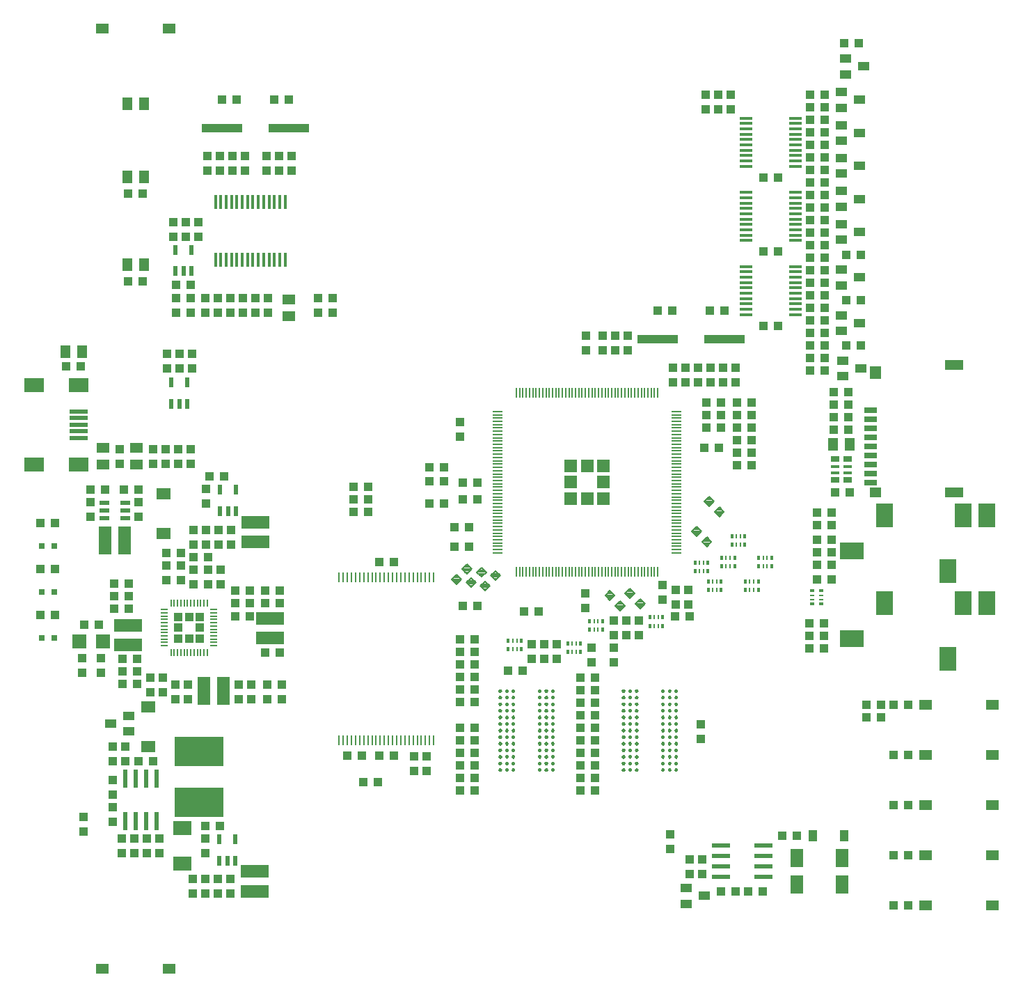
<source format=gbr>
G75*
G70*
%OFA0B0*%
%FSLAX24Y24*%
%IPPOS*%
%LPD*%
%AMOC8*
5,1,8,0,0,1.08239X$1,22.5*
%
%ADD10R,0.0400X0.0400*%
%ADD11C,0.0080*%
%ADD12R,0.1969X0.0394*%
%ADD13R,0.0500X0.0600*%
%ADD14R,0.0315X0.0315*%
%ADD15R,0.0400X0.0150*%
%ADD16R,0.0400X0.0250*%
%ADD17R,0.0236X0.0866*%
%ADD18R,0.0217X0.0472*%
%ADD19R,0.2362X0.1417*%
%ADD20R,0.1378X0.0630*%
%ADD21R,0.0394X0.0551*%
%ADD22R,0.0630X0.0630*%
%ADD23R,0.0512X0.0083*%
%ADD24R,0.0083X0.0512*%
%ADD25R,0.0091X0.0238*%
%ADD26R,0.0118X0.0238*%
%ADD27R,0.0600X0.0500*%
%ADD28R,0.0886X0.0197*%
%ADD29R,0.0925X0.0709*%
%ADD30R,0.0138X0.0689*%
%ADD31R,0.0866X0.0236*%
%ADD32R,0.0394X0.0394*%
%ADD33R,0.0083X0.0354*%
%ADD34R,0.0354X0.0083*%
%ADD35R,0.0472X0.0217*%
%ADD36R,0.0630X0.1378*%
%ADD37R,0.0650X0.0700*%
%ADD38R,0.0551X0.0394*%
%ADD39R,0.0709X0.0571*%
%ADD40R,0.0091X0.0472*%
%ADD41R,0.0900X0.0700*%
%ADD42C,0.0087*%
%ADD43R,0.0591X0.0118*%
%ADD44R,0.0787X0.1181*%
%ADD45R,0.1181X0.0787*%
%ADD46R,0.0238X0.0091*%
%ADD47R,0.0238X0.0118*%
%ADD48R,0.0630X0.0276*%
%ADD49R,0.0551X0.0472*%
%ADD50R,0.0551X0.0630*%
%ADD51R,0.0866X0.0472*%
%ADD52R,0.0630X0.0866*%
D10*
X015820Y012257D03*
X015820Y012957D03*
X017220Y012737D03*
X017670Y011937D03*
X018270Y011937D03*
X018870Y011937D03*
X019470Y011937D03*
X019470Y011237D03*
X018870Y011237D03*
X018270Y011237D03*
X017670Y011237D03*
X017220Y013437D03*
X017220Y014037D03*
X017220Y014737D03*
X017220Y015637D03*
X017820Y015637D03*
X018470Y015637D03*
X019170Y015637D03*
X017820Y016337D03*
X017220Y016337D03*
X019030Y018937D03*
X019630Y018937D03*
X020230Y019287D03*
X020830Y019287D03*
X020830Y018587D03*
X020230Y018587D03*
X019630Y019637D03*
X019030Y019637D03*
X018410Y019927D03*
X018410Y020527D03*
X017710Y020527D03*
X017710Y019927D03*
X017710Y019327D03*
X018410Y019327D03*
X016650Y019877D03*
X016650Y020577D03*
X015750Y020577D03*
X015750Y019877D03*
X015850Y022177D03*
X016550Y022177D03*
X017290Y022917D03*
X017290Y023517D03*
X017290Y024117D03*
X017990Y024117D03*
X017990Y023517D03*
X017990Y022917D03*
X019800Y024307D03*
X019800Y025007D03*
X019800Y025607D03*
X020500Y025607D03*
X020500Y025007D03*
X021100Y024807D03*
X021100Y025407D03*
X021100Y026007D03*
X021700Y026007D03*
X022300Y026007D03*
X022900Y026007D03*
X022900Y026707D03*
X022300Y026707D03*
X021700Y026707D03*
X021100Y026707D03*
X021800Y025407D03*
X021800Y024807D03*
X022400Y024807D03*
X022400Y024107D03*
X021800Y024107D03*
X021100Y024107D03*
X020500Y024307D03*
X023100Y023787D03*
X023100Y023187D03*
X023100Y022577D03*
X023800Y022577D03*
X023800Y023187D03*
X023800Y023787D03*
X024520Y023787D03*
X024520Y023187D03*
X025220Y023187D03*
X025220Y023787D03*
X025220Y020827D03*
X024520Y020827D03*
X024630Y019287D03*
X025330Y019287D03*
X025330Y018587D03*
X024630Y018587D03*
X023870Y018587D03*
X023270Y018587D03*
X023270Y019287D03*
X023870Y019287D03*
X028470Y015887D03*
X029170Y015887D03*
X029990Y015887D03*
X030690Y015887D03*
X031660Y015877D03*
X032260Y015877D03*
X032260Y015177D03*
X031660Y015177D03*
X029930Y014647D03*
X029230Y014647D03*
X033850Y014817D03*
X033850Y015417D03*
X033850Y016017D03*
X033850Y016617D03*
X033850Y017217D03*
X034550Y017217D03*
X034550Y016617D03*
X034550Y016017D03*
X034550Y015417D03*
X034550Y014817D03*
X034550Y014217D03*
X033850Y014217D03*
X033850Y018477D03*
X033850Y019077D03*
X033850Y019677D03*
X033850Y020277D03*
X033850Y020877D03*
X033850Y021477D03*
X034550Y021477D03*
X034550Y020877D03*
X034550Y020277D03*
X034550Y019677D03*
X034550Y019077D03*
X034550Y018477D03*
X036180Y019957D03*
X036880Y019957D03*
X037310Y020547D03*
X037910Y020547D03*
X038510Y020547D03*
X038510Y021247D03*
X037910Y021247D03*
X037310Y021247D03*
X037620Y022807D03*
X036920Y022807D03*
X034700Y023057D03*
X034000Y023057D03*
X034289Y025887D03*
X033589Y025887D03*
X033590Y026847D03*
X034290Y026847D03*
X033990Y028167D03*
X034690Y028167D03*
X034690Y028967D03*
X033990Y028967D03*
X033090Y029047D03*
X033090Y029687D03*
X032390Y029687D03*
X032390Y029047D03*
X032390Y027967D03*
X033090Y027967D03*
X033860Y031157D03*
X033860Y031857D03*
X029450Y028757D03*
X029450Y028157D03*
X029450Y027557D03*
X028750Y027557D03*
X028750Y028157D03*
X028750Y028757D03*
X029990Y025167D03*
X030690Y025167D03*
X022560Y029257D03*
X021860Y029257D03*
X021700Y028657D03*
X021700Y027957D03*
X020960Y029877D03*
X020360Y029877D03*
X019760Y029877D03*
X019160Y029877D03*
X019160Y030577D03*
X019760Y030577D03*
X020360Y030577D03*
X020960Y030577D03*
X018480Y028637D03*
X018480Y028037D03*
X017780Y028637D03*
X016880Y028637D03*
X016180Y028637D03*
X016180Y028037D03*
X016180Y027337D03*
X014470Y027037D03*
X013770Y027037D03*
X013770Y024837D03*
X014470Y024837D03*
X014470Y022637D03*
X013770Y022637D03*
X018480Y027337D03*
X017560Y029877D03*
X017560Y030577D03*
X015710Y034527D03*
X015010Y034527D03*
X019820Y034417D03*
X020420Y034417D03*
X021020Y034417D03*
X021020Y035117D03*
X020420Y035117D03*
X019820Y035117D03*
X020270Y037087D03*
X020270Y037787D03*
X020270Y038437D03*
X020970Y038437D03*
X020970Y037787D03*
X021670Y037787D03*
X022270Y037787D03*
X022870Y037787D03*
X023470Y037787D03*
X024070Y037787D03*
X024670Y037787D03*
X024670Y037087D03*
X024070Y037087D03*
X023470Y037087D03*
X022870Y037087D03*
X022270Y037087D03*
X021670Y037087D03*
X020970Y037087D03*
X018670Y038587D03*
X017970Y038587D03*
X020140Y040737D03*
X020740Y040737D03*
X021340Y040737D03*
X021340Y041437D03*
X020740Y041437D03*
X020140Y041437D03*
X018670Y042787D03*
X017970Y042787D03*
X021750Y043897D03*
X022350Y043897D03*
X022950Y043897D03*
X023550Y043897D03*
X023550Y044597D03*
X022950Y044597D03*
X022350Y044597D03*
X021750Y044597D03*
X024590Y044597D03*
X025190Y044597D03*
X025790Y044597D03*
X025790Y043897D03*
X025190Y043897D03*
X024590Y043897D03*
X024980Y047297D03*
X025680Y047297D03*
X023180Y047297D03*
X022480Y047297D03*
X027070Y037787D03*
X027770Y037787D03*
X027770Y037087D03*
X027070Y037087D03*
X039900Y035987D03*
X039900Y035287D03*
X040700Y035287D03*
X041300Y035287D03*
X041900Y035287D03*
X041900Y035987D03*
X041300Y035987D03*
X040700Y035987D03*
X043340Y037197D03*
X044040Y037197D03*
X045840Y037197D03*
X046540Y037197D03*
X048400Y036467D03*
X049100Y036467D03*
X050630Y036727D03*
X050630Y037327D03*
X050630Y037927D03*
X050630Y038527D03*
X051330Y038527D03*
X051330Y037927D03*
X051330Y037327D03*
X051330Y036727D03*
X051330Y036127D03*
X051330Y035527D03*
X051330Y034927D03*
X051330Y034327D03*
X050630Y034327D03*
X050630Y034927D03*
X050630Y035527D03*
X050630Y036127D03*
X052350Y035517D03*
X053050Y035517D03*
X053050Y037697D03*
X052350Y037697D03*
X051330Y039127D03*
X051330Y039727D03*
X051330Y040327D03*
X051330Y040927D03*
X051330Y041527D03*
X051330Y042127D03*
X051330Y042727D03*
X051330Y043327D03*
X051330Y043927D03*
X051330Y044527D03*
X051330Y045127D03*
X051330Y045727D03*
X051330Y046327D03*
X050630Y046327D03*
X050630Y045727D03*
X050630Y045127D03*
X050630Y044527D03*
X050630Y043927D03*
X050630Y043327D03*
X050630Y042727D03*
X050630Y042127D03*
X050630Y041527D03*
X050630Y040927D03*
X050630Y040327D03*
X050630Y039727D03*
X050630Y039127D03*
X049100Y040017D03*
X048400Y040017D03*
X052350Y039877D03*
X053050Y039877D03*
X049100Y043567D03*
X048400Y043567D03*
X046820Y046817D03*
X046220Y046817D03*
X045620Y046817D03*
X045620Y047517D03*
X046220Y047517D03*
X046820Y047517D03*
X050630Y047527D03*
X050630Y046927D03*
X051330Y046927D03*
X051330Y047527D03*
X052270Y049987D03*
X052970Y049987D03*
X047050Y034467D03*
X046450Y034467D03*
X045850Y034467D03*
X045250Y034467D03*
X044650Y034467D03*
X044050Y034467D03*
X044050Y033767D03*
X044650Y033767D03*
X045250Y033767D03*
X045850Y033767D03*
X046450Y033767D03*
X047050Y033767D03*
X047130Y032807D03*
X047130Y032207D03*
X047130Y031607D03*
X047130Y030987D03*
X047130Y030387D03*
X047130Y029787D03*
X047830Y029787D03*
X047830Y030387D03*
X047830Y030987D03*
X047830Y031607D03*
X047830Y032207D03*
X047830Y032807D03*
X046350Y032807D03*
X046350Y032207D03*
X046350Y031607D03*
X045650Y031607D03*
X045650Y032207D03*
X045650Y032807D03*
X045550Y030627D03*
X046250Y030627D03*
X050950Y027547D03*
X050950Y026947D03*
X051650Y026947D03*
X051650Y027547D03*
X051820Y028487D03*
X052520Y028487D03*
X051650Y026247D03*
X050950Y026247D03*
X050950Y025647D03*
X050950Y025047D03*
X051650Y025047D03*
X051650Y025647D03*
X051650Y024347D03*
X050950Y024347D03*
X050600Y022227D03*
X050600Y021627D03*
X050600Y021027D03*
X051300Y021027D03*
X051300Y021627D03*
X051300Y022227D03*
X053320Y018337D03*
X053320Y017737D03*
X054020Y017737D03*
X054020Y018337D03*
X054620Y018337D03*
X055320Y018337D03*
X055320Y015937D03*
X054620Y015937D03*
X054620Y013537D03*
X055320Y013537D03*
X055320Y011137D03*
X054620Y011137D03*
X054620Y008737D03*
X055320Y008737D03*
X050010Y012057D03*
X049310Y012057D03*
X048380Y009407D03*
X047680Y009407D03*
X047080Y009407D03*
X046380Y009407D03*
X045460Y010217D03*
X044860Y010217D03*
X044860Y010917D03*
X045460Y010917D03*
X043920Y011437D03*
X043920Y012137D03*
X040340Y014227D03*
X040340Y014827D03*
X040340Y015427D03*
X040340Y016027D03*
X040340Y016627D03*
X040340Y017227D03*
X040340Y017827D03*
X040340Y018427D03*
X039640Y018427D03*
X039640Y017827D03*
X039640Y017227D03*
X039640Y016627D03*
X039640Y016027D03*
X039640Y015427D03*
X039640Y014827D03*
X039640Y014227D03*
X039640Y019027D03*
X039640Y019627D03*
X040340Y019627D03*
X040340Y019027D03*
X040150Y020377D03*
X040150Y021077D03*
X041220Y021077D03*
X041220Y021677D03*
X041820Y021677D03*
X042430Y021677D03*
X042430Y022377D03*
X041820Y022377D03*
X041220Y022377D03*
X039870Y022967D03*
X039870Y023667D03*
X043560Y023377D03*
X044200Y023147D03*
X044150Y022557D03*
X044850Y022557D03*
X044800Y023147D03*
X044800Y023847D03*
X044200Y023847D03*
X043560Y024077D03*
X041220Y020377D03*
X045382Y017409D03*
X045382Y016709D03*
X051770Y031487D03*
X051770Y032087D03*
X051770Y032687D03*
X051770Y033287D03*
X052470Y033287D03*
X052470Y032687D03*
X052470Y032087D03*
X052470Y031487D03*
X022370Y012537D03*
X021670Y012537D03*
X021670Y011937D03*
X021670Y011237D03*
X021670Y009987D03*
X021070Y009987D03*
X021070Y009287D03*
X021670Y009287D03*
X022270Y009287D03*
X022870Y009287D03*
X022870Y009987D03*
X022270Y009987D03*
D11*
X033694Y024105D02*
X033920Y024331D01*
X033694Y024105D02*
X033468Y024331D01*
X033694Y024557D01*
X033920Y024331D01*
X033773Y024184D02*
X033615Y024184D01*
X033536Y024263D02*
X033852Y024263D01*
X033909Y024342D02*
X033479Y024342D01*
X033558Y024421D02*
X033830Y024421D01*
X033751Y024500D02*
X033637Y024500D01*
X034189Y024600D02*
X034415Y024826D01*
X034189Y024600D02*
X033963Y024826D01*
X034189Y025052D01*
X034415Y024826D01*
X034268Y024679D02*
X034110Y024679D01*
X034031Y024758D02*
X034347Y024758D01*
X034404Y024837D02*
X033974Y024837D01*
X034053Y024916D02*
X034325Y024916D01*
X034246Y024995D02*
X034132Y024995D01*
X034889Y024456D02*
X035115Y024682D01*
X034889Y024456D02*
X034663Y024682D01*
X034889Y024908D01*
X035115Y024682D01*
X034968Y024535D02*
X034810Y024535D01*
X034731Y024614D02*
X035047Y024614D01*
X035104Y024693D02*
X034674Y024693D01*
X034753Y024772D02*
X035025Y024772D01*
X034946Y024851D02*
X034832Y024851D01*
X034620Y024187D02*
X034394Y023961D01*
X034168Y024187D01*
X034394Y024413D01*
X034620Y024187D01*
X034473Y024040D02*
X034315Y024040D01*
X034236Y024119D02*
X034552Y024119D01*
X034609Y024198D02*
X034179Y024198D01*
X034258Y024277D02*
X034530Y024277D01*
X034451Y024356D02*
X034337Y024356D01*
X035069Y023797D02*
X035295Y024023D01*
X035069Y023797D02*
X034843Y024023D01*
X035069Y024249D01*
X035295Y024023D01*
X035148Y023876D02*
X034990Y023876D01*
X034911Y023955D02*
X035227Y023955D01*
X035284Y024034D02*
X034854Y024034D01*
X034933Y024113D02*
X035205Y024113D01*
X035126Y024192D02*
X035012Y024192D01*
X035564Y024292D02*
X035790Y024518D01*
X035564Y024292D02*
X035338Y024518D01*
X035564Y024744D01*
X035790Y024518D01*
X035643Y024371D02*
X035485Y024371D01*
X035406Y024450D02*
X035722Y024450D01*
X035779Y024529D02*
X035349Y024529D01*
X035428Y024608D02*
X035700Y024608D01*
X035621Y024687D02*
X035507Y024687D01*
X041043Y023790D02*
X041269Y023564D01*
X041043Y023338D01*
X040817Y023564D01*
X041043Y023790D01*
X041122Y023417D02*
X040964Y023417D01*
X040885Y023496D02*
X041201Y023496D01*
X041258Y023575D02*
X040828Y023575D01*
X040907Y023654D02*
X041179Y023654D01*
X041100Y023733D02*
X040986Y023733D01*
X041538Y023295D02*
X041764Y023069D01*
X041538Y022843D01*
X041312Y023069D01*
X041538Y023295D01*
X041617Y022922D02*
X041459Y022922D01*
X041380Y023001D02*
X041696Y023001D01*
X041753Y023080D02*
X041323Y023080D01*
X041402Y023159D02*
X041674Y023159D01*
X041595Y023238D02*
X041481Y023238D01*
X042003Y023890D02*
X042229Y023664D01*
X042003Y023438D01*
X041777Y023664D01*
X042003Y023890D01*
X042082Y023517D02*
X041924Y023517D01*
X041845Y023596D02*
X042161Y023596D01*
X042218Y023675D02*
X041788Y023675D01*
X041867Y023754D02*
X042139Y023754D01*
X042060Y023833D02*
X041946Y023833D01*
X042498Y023395D02*
X042724Y023169D01*
X042498Y022943D01*
X042272Y023169D01*
X042498Y023395D01*
X042577Y023022D02*
X042419Y023022D01*
X042340Y023101D02*
X042656Y023101D01*
X042713Y023180D02*
X042283Y023180D01*
X042362Y023259D02*
X042634Y023259D01*
X042555Y023338D02*
X042441Y023338D01*
X045688Y026365D02*
X045914Y026139D01*
X045688Y025913D01*
X045462Y026139D01*
X045688Y026365D01*
X045767Y025992D02*
X045609Y025992D01*
X045530Y026071D02*
X045846Y026071D01*
X045903Y026150D02*
X045473Y026150D01*
X045552Y026229D02*
X045824Y026229D01*
X045745Y026308D02*
X045631Y026308D01*
X045419Y026634D02*
X045193Y026860D01*
X045419Y026634D02*
X045193Y026408D01*
X044967Y026634D01*
X045193Y026860D01*
X045272Y026487D02*
X045114Y026487D01*
X045035Y026566D02*
X045351Y026566D01*
X045408Y026645D02*
X044978Y026645D01*
X045057Y026724D02*
X045329Y026724D01*
X045250Y026803D02*
X045136Y026803D01*
X046288Y027795D02*
X046514Y027569D01*
X046288Y027343D01*
X046062Y027569D01*
X046288Y027795D01*
X046367Y027422D02*
X046209Y027422D01*
X046130Y027501D02*
X046446Y027501D01*
X046503Y027580D02*
X046073Y027580D01*
X046152Y027659D02*
X046424Y027659D01*
X046345Y027738D02*
X046231Y027738D01*
X046019Y028064D02*
X045793Y028290D01*
X046019Y028064D02*
X045793Y027838D01*
X045567Y028064D01*
X045793Y028290D01*
X045872Y027917D02*
X045714Y027917D01*
X045635Y027996D02*
X045951Y027996D01*
X046008Y028075D02*
X045578Y028075D01*
X045657Y028154D02*
X045929Y028154D01*
X045850Y028233D02*
X045736Y028233D01*
D12*
X046540Y035847D03*
X043340Y035847D03*
X025680Y045947D03*
X022480Y045947D03*
D13*
X018720Y047087D03*
X017920Y047087D03*
X017920Y043587D03*
X018720Y043587D03*
X018720Y039387D03*
X017920Y039387D03*
X015760Y035227D03*
X014960Y035227D03*
X051720Y030787D03*
X052520Y030787D03*
D14*
X014420Y025937D03*
X013820Y025937D03*
X013820Y023737D03*
X014420Y023737D03*
X014420Y021537D03*
X013820Y021537D03*
D15*
X051820Y029437D03*
X051820Y029737D03*
X052420Y029737D03*
X052420Y029437D03*
D16*
X052420Y029087D03*
X051820Y029087D03*
X051820Y030087D03*
X052420Y030087D03*
D17*
X019320Y014810D03*
X018820Y014810D03*
X018320Y014810D03*
X017820Y014810D03*
X017820Y012763D03*
X018320Y012763D03*
X018820Y012763D03*
X019320Y012763D03*
D18*
X022346Y011898D03*
X023094Y011898D03*
X023094Y010875D03*
X022720Y010875D03*
X022346Y010875D03*
X022376Y027595D03*
X022750Y027595D03*
X023124Y027595D03*
X023124Y028618D03*
X022376Y028618D03*
X020794Y032745D03*
X020420Y032745D03*
X020046Y032745D03*
X020046Y033768D03*
X020794Y033768D03*
X020620Y039085D03*
X020246Y039085D03*
X020994Y039085D03*
X020994Y040108D03*
X020246Y040108D03*
D19*
X021370Y016107D03*
X021370Y013666D03*
D20*
X024020Y010359D03*
X024020Y009414D03*
X017970Y021204D03*
X017970Y022149D03*
X024050Y026134D03*
X024050Y027079D03*
X024770Y022479D03*
X024770Y021534D03*
D21*
X050762Y012057D03*
X052258Y012057D03*
D22*
X040738Y028199D03*
X040738Y028987D03*
X039950Y028199D03*
X039163Y028199D03*
X039163Y028987D03*
X039163Y029774D03*
X039950Y029774D03*
X040738Y029774D03*
D23*
X044222Y029695D03*
X044222Y029538D03*
X044222Y029380D03*
X044222Y029223D03*
X044222Y029065D03*
X044222Y028908D03*
X044222Y028750D03*
X044222Y028593D03*
X044222Y028435D03*
X044222Y028278D03*
X044222Y028120D03*
X044222Y027963D03*
X044222Y027806D03*
X044222Y027648D03*
X044222Y027491D03*
X044222Y027333D03*
X044222Y027176D03*
X044222Y027018D03*
X044222Y026861D03*
X044222Y026703D03*
X044222Y026546D03*
X044222Y026388D03*
X044222Y026231D03*
X044222Y026073D03*
X044222Y025916D03*
X044222Y025758D03*
X044222Y025601D03*
X044222Y029853D03*
X044222Y030010D03*
X044222Y030168D03*
X044222Y030325D03*
X044222Y030483D03*
X044222Y030640D03*
X044222Y030798D03*
X044222Y030955D03*
X044222Y031113D03*
X044222Y031270D03*
X044222Y031428D03*
X044222Y031585D03*
X044222Y031743D03*
X044222Y031900D03*
X044222Y032057D03*
X044222Y032215D03*
X044222Y032372D03*
X035679Y032372D03*
X035679Y032215D03*
X035679Y032057D03*
X035679Y031900D03*
X035679Y031743D03*
X035679Y031585D03*
X035679Y031428D03*
X035679Y031270D03*
X035679Y031113D03*
X035679Y030955D03*
X035679Y030798D03*
X035679Y030640D03*
X035679Y030483D03*
X035679Y030325D03*
X035679Y030168D03*
X035679Y030010D03*
X035679Y029853D03*
X035679Y029695D03*
X035679Y029538D03*
X035679Y029380D03*
X035679Y029223D03*
X035679Y029065D03*
X035679Y028908D03*
X035679Y028750D03*
X035679Y028593D03*
X035679Y028435D03*
X035679Y028278D03*
X035679Y028120D03*
X035679Y027963D03*
X035679Y027806D03*
X035679Y027648D03*
X035679Y027491D03*
X035679Y027333D03*
X035679Y027176D03*
X035679Y027018D03*
X035679Y026861D03*
X035679Y026703D03*
X035679Y026546D03*
X035679Y026388D03*
X035679Y026231D03*
X035679Y026073D03*
X035679Y025916D03*
X035679Y025758D03*
X035679Y025601D03*
D24*
X036564Y024715D03*
X036722Y024715D03*
X036879Y024715D03*
X037037Y024715D03*
X037194Y024715D03*
X037352Y024715D03*
X037509Y024715D03*
X037667Y024715D03*
X037824Y024715D03*
X037982Y024715D03*
X038139Y024715D03*
X038297Y024715D03*
X038454Y024715D03*
X038612Y024715D03*
X038769Y024715D03*
X038927Y024715D03*
X039084Y024715D03*
X039241Y024715D03*
X039399Y024715D03*
X039556Y024715D03*
X039714Y024715D03*
X039871Y024715D03*
X040029Y024715D03*
X040186Y024715D03*
X040344Y024715D03*
X040501Y024715D03*
X040659Y024715D03*
X040816Y024715D03*
X040974Y024715D03*
X041131Y024715D03*
X041289Y024715D03*
X041446Y024715D03*
X041604Y024715D03*
X041761Y024715D03*
X041919Y024715D03*
X042076Y024715D03*
X042234Y024715D03*
X042391Y024715D03*
X042549Y024715D03*
X042706Y024715D03*
X042864Y024715D03*
X043021Y024715D03*
X043179Y024715D03*
X043336Y024715D03*
X043336Y033258D03*
X043179Y033258D03*
X043021Y033258D03*
X042864Y033258D03*
X042706Y033258D03*
X042549Y033258D03*
X042391Y033258D03*
X042234Y033258D03*
X042076Y033258D03*
X041919Y033258D03*
X041761Y033258D03*
X041604Y033258D03*
X041446Y033258D03*
X041289Y033258D03*
X041131Y033258D03*
X040974Y033258D03*
X040816Y033258D03*
X040659Y033258D03*
X040501Y033258D03*
X040344Y033258D03*
X040186Y033258D03*
X040029Y033258D03*
X039871Y033258D03*
X039714Y033258D03*
X039556Y033258D03*
X039399Y033258D03*
X039241Y033258D03*
X039084Y033258D03*
X038927Y033258D03*
X038769Y033258D03*
X038612Y033258D03*
X038454Y033258D03*
X038297Y033258D03*
X038139Y033258D03*
X037982Y033258D03*
X037824Y033258D03*
X037667Y033258D03*
X037509Y033258D03*
X037352Y033258D03*
X037194Y033258D03*
X037037Y033258D03*
X036879Y033258D03*
X036722Y033258D03*
X036564Y033258D03*
D25*
X045332Y025148D03*
X045529Y025148D03*
X045529Y024745D03*
X045332Y024745D03*
X045972Y024228D03*
X046169Y024228D03*
X046169Y023825D03*
X045972Y023825D03*
X046613Y024976D03*
X046810Y024976D03*
X046810Y025379D03*
X046613Y025379D03*
X047102Y025985D03*
X047299Y025985D03*
X047299Y026388D03*
X047102Y026388D03*
X048382Y025378D03*
X048579Y025378D03*
X048579Y024975D03*
X048382Y024975D03*
X047939Y024228D03*
X047742Y024228D03*
X047742Y023825D03*
X047939Y023825D03*
X043359Y022518D03*
X043162Y022518D03*
X043162Y022115D03*
X043359Y022115D03*
X040479Y021935D03*
X040282Y021935D03*
X040282Y022338D03*
X040479Y022338D03*
X039429Y021258D03*
X039232Y021258D03*
X039232Y020855D03*
X039429Y020855D03*
X036589Y020985D03*
X036392Y020985D03*
X036392Y021388D03*
X036589Y021388D03*
D26*
X036801Y021388D03*
X036801Y020985D03*
X036179Y020985D03*
X036179Y021388D03*
X039019Y021258D03*
X039019Y020855D03*
X039641Y020855D03*
X039641Y021258D03*
X040069Y021935D03*
X040069Y022338D03*
X040691Y022338D03*
X040691Y021935D03*
X042949Y022115D03*
X042949Y022518D03*
X043571Y022518D03*
X043571Y022115D03*
X045759Y023825D03*
X045759Y024228D03*
X045741Y024745D03*
X045741Y025148D03*
X045119Y025148D03*
X045119Y024745D03*
X046400Y024976D03*
X046400Y025379D03*
X047022Y025379D03*
X047022Y024976D03*
X047529Y024228D03*
X047529Y023825D03*
X048151Y023825D03*
X048151Y024228D03*
X048169Y024975D03*
X048169Y025378D03*
X048791Y025378D03*
X048791Y024975D03*
X047511Y025985D03*
X047511Y026388D03*
X046889Y026388D03*
X046889Y025985D03*
X046381Y024228D03*
X046381Y023825D03*
D27*
X056170Y018337D03*
X056170Y015937D03*
X056170Y013537D03*
X059370Y013537D03*
X059370Y015937D03*
X059370Y018337D03*
X059370Y011137D03*
X059370Y008737D03*
X056170Y008737D03*
X056170Y011137D03*
X025670Y036937D03*
X025670Y037737D03*
X018360Y030627D03*
X018360Y029827D03*
X016760Y029827D03*
X016760Y030627D03*
X016720Y050687D03*
X019920Y050687D03*
X019920Y005687D03*
X016720Y005687D03*
D28*
X015586Y031107D03*
X015586Y031422D03*
X015586Y031737D03*
X015586Y032052D03*
X015586Y032367D03*
D29*
X015587Y033626D03*
X013461Y033626D03*
X013461Y029847D03*
X015587Y029847D03*
D30*
X022157Y039629D03*
X022413Y039629D03*
X022669Y039629D03*
X022924Y039629D03*
X023180Y039629D03*
X023436Y039629D03*
X023692Y039629D03*
X023948Y039629D03*
X024204Y039629D03*
X024460Y039629D03*
X024716Y039629D03*
X024972Y039629D03*
X025228Y039629D03*
X025484Y039629D03*
X025484Y042404D03*
X025228Y042404D03*
X024972Y042404D03*
X024716Y042404D03*
X024460Y042404D03*
X024204Y042404D03*
X023948Y042404D03*
X023692Y042404D03*
X023436Y042404D03*
X023180Y042404D03*
X022924Y042404D03*
X022669Y042404D03*
X022413Y042404D03*
X022157Y042404D03*
D31*
X046357Y011607D03*
X046357Y011107D03*
X046357Y010607D03*
X046357Y010107D03*
X048404Y010107D03*
X048404Y010607D03*
X048404Y011107D03*
X048404Y011607D03*
D32*
X021402Y021515D03*
X021402Y022027D03*
X021402Y022538D03*
X020890Y022538D03*
X020378Y022538D03*
X020378Y022027D03*
X020378Y021515D03*
X020890Y021515D03*
D33*
X020811Y020846D03*
X020654Y020846D03*
X020496Y020846D03*
X020339Y020846D03*
X020181Y020846D03*
X020024Y020846D03*
X020969Y020846D03*
X021126Y020846D03*
X021284Y020846D03*
X021441Y020846D03*
X021599Y020846D03*
X021756Y020846D03*
X021756Y023208D03*
X021599Y023208D03*
X021441Y023208D03*
X021284Y023208D03*
X021126Y023208D03*
X020969Y023208D03*
X020811Y023208D03*
X020654Y023208D03*
X020496Y023208D03*
X020339Y023208D03*
X020181Y023208D03*
X020024Y023208D03*
D34*
X019709Y022893D03*
X019709Y022735D03*
X019709Y022578D03*
X019709Y022420D03*
X019709Y022263D03*
X019709Y022105D03*
X019709Y021948D03*
X019709Y021790D03*
X019709Y021633D03*
X019709Y021475D03*
X019709Y021318D03*
X019709Y021160D03*
X022071Y021160D03*
X022071Y021318D03*
X022071Y021475D03*
X022071Y021633D03*
X022071Y021790D03*
X022071Y021948D03*
X022071Y022105D03*
X022071Y022263D03*
X022071Y022420D03*
X022071Y022578D03*
X022071Y022735D03*
X022071Y022893D03*
D35*
X017842Y027263D03*
X017842Y027637D03*
X017842Y028011D03*
X016818Y028011D03*
X016818Y027637D03*
X016818Y027263D03*
D36*
X016858Y026187D03*
X017803Y026187D03*
X021588Y019007D03*
X022533Y019007D03*
D37*
X016775Y021377D03*
X015625Y021377D03*
D38*
X017137Y017437D03*
X018003Y017811D03*
X018003Y017063D03*
X044697Y009561D03*
X045563Y009187D03*
X044697Y008813D03*
X052187Y034053D03*
X053053Y034427D03*
X052187Y034801D03*
X052147Y036233D03*
X053013Y036607D03*
X052147Y036981D03*
X052147Y038413D03*
X053013Y038787D03*
X052147Y039161D03*
X052147Y040593D03*
X053013Y040967D03*
X052147Y041341D03*
X052147Y042173D03*
X052147Y042921D03*
X053013Y042547D03*
X052147Y043753D03*
X052147Y044501D03*
X053013Y044127D03*
X052147Y045333D03*
X052147Y046081D03*
X053013Y045707D03*
X052147Y046913D03*
X052147Y047661D03*
X052337Y048513D03*
X053203Y048887D03*
X052337Y049261D03*
X053013Y047287D03*
D39*
X019680Y028449D03*
X019680Y026524D03*
X018920Y018249D03*
X018920Y016324D03*
D40*
X028076Y016629D03*
X028273Y016629D03*
X028470Y016629D03*
X028667Y016629D03*
X028864Y016629D03*
X029061Y016629D03*
X029257Y016629D03*
X029454Y016629D03*
X029651Y016629D03*
X029848Y016629D03*
X030045Y016629D03*
X030242Y016629D03*
X030439Y016629D03*
X030635Y016629D03*
X030832Y016629D03*
X031029Y016629D03*
X031226Y016629D03*
X031423Y016629D03*
X031620Y016629D03*
X031817Y016629D03*
X032013Y016629D03*
X032210Y016629D03*
X032407Y016629D03*
X032604Y016629D03*
X032604Y024424D03*
X032407Y024424D03*
X032210Y024424D03*
X032013Y024424D03*
X031817Y024424D03*
X031620Y024424D03*
X031423Y024424D03*
X031226Y024424D03*
X031029Y024424D03*
X030832Y024424D03*
X030635Y024424D03*
X030439Y024424D03*
X030242Y024424D03*
X030045Y024424D03*
X029848Y024424D03*
X029651Y024424D03*
X029454Y024424D03*
X029257Y024424D03*
X029061Y024424D03*
X028864Y024424D03*
X028667Y024424D03*
X028470Y024424D03*
X028273Y024424D03*
X028076Y024424D03*
D41*
X020570Y012444D03*
X020570Y010730D03*
D42*
X035738Y015224D02*
X035740Y015237D01*
X035746Y015248D01*
X035756Y015257D01*
X035767Y015262D01*
X035780Y015263D01*
X035793Y015260D01*
X035803Y015253D01*
X035811Y015243D01*
X035815Y015230D01*
X035815Y015218D01*
X035811Y015205D01*
X035803Y015195D01*
X035793Y015188D01*
X035780Y015185D01*
X035767Y015186D01*
X035756Y015191D01*
X035746Y015200D01*
X035740Y015211D01*
X035738Y015224D01*
X035738Y015539D02*
X035740Y015552D01*
X035746Y015563D01*
X035756Y015572D01*
X035767Y015577D01*
X035780Y015578D01*
X035793Y015575D01*
X035803Y015568D01*
X035811Y015558D01*
X035815Y015545D01*
X035815Y015533D01*
X035811Y015520D01*
X035803Y015510D01*
X035793Y015503D01*
X035780Y015500D01*
X035767Y015501D01*
X035756Y015506D01*
X035746Y015515D01*
X035740Y015526D01*
X035738Y015539D01*
X035738Y015854D02*
X035740Y015867D01*
X035746Y015878D01*
X035756Y015887D01*
X035767Y015892D01*
X035780Y015893D01*
X035793Y015890D01*
X035803Y015883D01*
X035811Y015873D01*
X035815Y015860D01*
X035815Y015848D01*
X035811Y015835D01*
X035803Y015825D01*
X035793Y015818D01*
X035780Y015815D01*
X035767Y015816D01*
X035756Y015821D01*
X035746Y015830D01*
X035740Y015841D01*
X035738Y015854D01*
X035738Y016169D02*
X035740Y016182D01*
X035746Y016193D01*
X035756Y016202D01*
X035767Y016207D01*
X035780Y016208D01*
X035793Y016205D01*
X035803Y016198D01*
X035811Y016188D01*
X035815Y016175D01*
X035815Y016163D01*
X035811Y016150D01*
X035803Y016140D01*
X035793Y016133D01*
X035780Y016130D01*
X035767Y016131D01*
X035756Y016136D01*
X035746Y016145D01*
X035740Y016156D01*
X035738Y016169D01*
X035738Y016484D02*
X035740Y016497D01*
X035746Y016508D01*
X035756Y016517D01*
X035767Y016522D01*
X035780Y016523D01*
X035793Y016520D01*
X035803Y016513D01*
X035811Y016503D01*
X035815Y016490D01*
X035815Y016478D01*
X035811Y016465D01*
X035803Y016455D01*
X035793Y016448D01*
X035780Y016445D01*
X035767Y016446D01*
X035756Y016451D01*
X035746Y016460D01*
X035740Y016471D01*
X035738Y016484D01*
X035738Y016799D02*
X035740Y016812D01*
X035746Y016823D01*
X035756Y016832D01*
X035767Y016837D01*
X035780Y016838D01*
X035793Y016835D01*
X035803Y016828D01*
X035811Y016818D01*
X035815Y016805D01*
X035815Y016793D01*
X035811Y016780D01*
X035803Y016770D01*
X035793Y016763D01*
X035780Y016760D01*
X035767Y016761D01*
X035756Y016766D01*
X035746Y016775D01*
X035740Y016786D01*
X035738Y016799D01*
X035738Y017114D02*
X035740Y017127D01*
X035746Y017138D01*
X035756Y017147D01*
X035767Y017152D01*
X035780Y017153D01*
X035793Y017150D01*
X035803Y017143D01*
X035811Y017133D01*
X035815Y017120D01*
X035815Y017108D01*
X035811Y017095D01*
X035803Y017085D01*
X035793Y017078D01*
X035780Y017075D01*
X035767Y017076D01*
X035756Y017081D01*
X035746Y017090D01*
X035740Y017101D01*
X035738Y017114D01*
X035738Y017429D02*
X035740Y017442D01*
X035746Y017453D01*
X035756Y017462D01*
X035767Y017467D01*
X035780Y017468D01*
X035793Y017465D01*
X035803Y017458D01*
X035811Y017448D01*
X035815Y017435D01*
X035815Y017423D01*
X035811Y017410D01*
X035803Y017400D01*
X035793Y017393D01*
X035780Y017390D01*
X035767Y017391D01*
X035756Y017396D01*
X035746Y017405D01*
X035740Y017416D01*
X035738Y017429D01*
X035738Y017744D02*
X035740Y017757D01*
X035746Y017768D01*
X035756Y017777D01*
X035767Y017782D01*
X035780Y017783D01*
X035793Y017780D01*
X035803Y017773D01*
X035811Y017763D01*
X035815Y017750D01*
X035815Y017738D01*
X035811Y017725D01*
X035803Y017715D01*
X035793Y017708D01*
X035780Y017705D01*
X035767Y017706D01*
X035756Y017711D01*
X035746Y017720D01*
X035740Y017731D01*
X035738Y017744D01*
X035738Y018059D02*
X035740Y018072D01*
X035746Y018083D01*
X035756Y018092D01*
X035767Y018097D01*
X035780Y018098D01*
X035793Y018095D01*
X035803Y018088D01*
X035811Y018078D01*
X035815Y018065D01*
X035815Y018053D01*
X035811Y018040D01*
X035803Y018030D01*
X035793Y018023D01*
X035780Y018020D01*
X035767Y018021D01*
X035756Y018026D01*
X035746Y018035D01*
X035740Y018046D01*
X035738Y018059D01*
X035738Y018374D02*
X035740Y018387D01*
X035746Y018398D01*
X035756Y018407D01*
X035767Y018412D01*
X035780Y018413D01*
X035793Y018410D01*
X035803Y018403D01*
X035811Y018393D01*
X035815Y018380D01*
X035815Y018368D01*
X035811Y018355D01*
X035803Y018345D01*
X035793Y018338D01*
X035780Y018335D01*
X035767Y018336D01*
X035756Y018341D01*
X035746Y018350D01*
X035740Y018361D01*
X035738Y018374D01*
X035738Y018689D02*
X035740Y018702D01*
X035746Y018713D01*
X035756Y018722D01*
X035767Y018727D01*
X035780Y018728D01*
X035793Y018725D01*
X035803Y018718D01*
X035811Y018708D01*
X035815Y018695D01*
X035815Y018683D01*
X035811Y018670D01*
X035803Y018660D01*
X035793Y018653D01*
X035780Y018650D01*
X035767Y018651D01*
X035756Y018656D01*
X035746Y018665D01*
X035740Y018676D01*
X035738Y018689D01*
X035738Y019004D02*
X035740Y019017D01*
X035746Y019028D01*
X035756Y019037D01*
X035767Y019042D01*
X035780Y019043D01*
X035793Y019040D01*
X035803Y019033D01*
X035811Y019023D01*
X035815Y019010D01*
X035815Y018998D01*
X035811Y018985D01*
X035803Y018975D01*
X035793Y018968D01*
X035780Y018965D01*
X035767Y018966D01*
X035756Y018971D01*
X035746Y018980D01*
X035740Y018991D01*
X035738Y019004D01*
X036053Y019004D02*
X036055Y019017D01*
X036061Y019028D01*
X036071Y019037D01*
X036082Y019042D01*
X036095Y019043D01*
X036108Y019040D01*
X036118Y019033D01*
X036126Y019023D01*
X036130Y019010D01*
X036130Y018998D01*
X036126Y018985D01*
X036118Y018975D01*
X036108Y018968D01*
X036095Y018965D01*
X036082Y018966D01*
X036071Y018971D01*
X036061Y018980D01*
X036055Y018991D01*
X036053Y019004D01*
X036053Y018689D02*
X036055Y018702D01*
X036061Y018713D01*
X036071Y018722D01*
X036082Y018727D01*
X036095Y018728D01*
X036108Y018725D01*
X036118Y018718D01*
X036126Y018708D01*
X036130Y018695D01*
X036130Y018683D01*
X036126Y018670D01*
X036118Y018660D01*
X036108Y018653D01*
X036095Y018650D01*
X036082Y018651D01*
X036071Y018656D01*
X036061Y018665D01*
X036055Y018676D01*
X036053Y018689D01*
X036053Y018374D02*
X036055Y018387D01*
X036061Y018398D01*
X036071Y018407D01*
X036082Y018412D01*
X036095Y018413D01*
X036108Y018410D01*
X036118Y018403D01*
X036126Y018393D01*
X036130Y018380D01*
X036130Y018368D01*
X036126Y018355D01*
X036118Y018345D01*
X036108Y018338D01*
X036095Y018335D01*
X036082Y018336D01*
X036071Y018341D01*
X036061Y018350D01*
X036055Y018361D01*
X036053Y018374D01*
X036053Y018059D02*
X036055Y018072D01*
X036061Y018083D01*
X036071Y018092D01*
X036082Y018097D01*
X036095Y018098D01*
X036108Y018095D01*
X036118Y018088D01*
X036126Y018078D01*
X036130Y018065D01*
X036130Y018053D01*
X036126Y018040D01*
X036118Y018030D01*
X036108Y018023D01*
X036095Y018020D01*
X036082Y018021D01*
X036071Y018026D01*
X036061Y018035D01*
X036055Y018046D01*
X036053Y018059D01*
X036053Y017744D02*
X036055Y017757D01*
X036061Y017768D01*
X036071Y017777D01*
X036082Y017782D01*
X036095Y017783D01*
X036108Y017780D01*
X036118Y017773D01*
X036126Y017763D01*
X036130Y017750D01*
X036130Y017738D01*
X036126Y017725D01*
X036118Y017715D01*
X036108Y017708D01*
X036095Y017705D01*
X036082Y017706D01*
X036071Y017711D01*
X036061Y017720D01*
X036055Y017731D01*
X036053Y017744D01*
X036053Y017429D02*
X036055Y017442D01*
X036061Y017453D01*
X036071Y017462D01*
X036082Y017467D01*
X036095Y017468D01*
X036108Y017465D01*
X036118Y017458D01*
X036126Y017448D01*
X036130Y017435D01*
X036130Y017423D01*
X036126Y017410D01*
X036118Y017400D01*
X036108Y017393D01*
X036095Y017390D01*
X036082Y017391D01*
X036071Y017396D01*
X036061Y017405D01*
X036055Y017416D01*
X036053Y017429D01*
X036053Y017114D02*
X036055Y017127D01*
X036061Y017138D01*
X036071Y017147D01*
X036082Y017152D01*
X036095Y017153D01*
X036108Y017150D01*
X036118Y017143D01*
X036126Y017133D01*
X036130Y017120D01*
X036130Y017108D01*
X036126Y017095D01*
X036118Y017085D01*
X036108Y017078D01*
X036095Y017075D01*
X036082Y017076D01*
X036071Y017081D01*
X036061Y017090D01*
X036055Y017101D01*
X036053Y017114D01*
X036053Y016799D02*
X036055Y016812D01*
X036061Y016823D01*
X036071Y016832D01*
X036082Y016837D01*
X036095Y016838D01*
X036108Y016835D01*
X036118Y016828D01*
X036126Y016818D01*
X036130Y016805D01*
X036130Y016793D01*
X036126Y016780D01*
X036118Y016770D01*
X036108Y016763D01*
X036095Y016760D01*
X036082Y016761D01*
X036071Y016766D01*
X036061Y016775D01*
X036055Y016786D01*
X036053Y016799D01*
X036053Y016484D02*
X036055Y016497D01*
X036061Y016508D01*
X036071Y016517D01*
X036082Y016522D01*
X036095Y016523D01*
X036108Y016520D01*
X036118Y016513D01*
X036126Y016503D01*
X036130Y016490D01*
X036130Y016478D01*
X036126Y016465D01*
X036118Y016455D01*
X036108Y016448D01*
X036095Y016445D01*
X036082Y016446D01*
X036071Y016451D01*
X036061Y016460D01*
X036055Y016471D01*
X036053Y016484D01*
X036053Y016169D02*
X036055Y016182D01*
X036061Y016193D01*
X036071Y016202D01*
X036082Y016207D01*
X036095Y016208D01*
X036108Y016205D01*
X036118Y016198D01*
X036126Y016188D01*
X036130Y016175D01*
X036130Y016163D01*
X036126Y016150D01*
X036118Y016140D01*
X036108Y016133D01*
X036095Y016130D01*
X036082Y016131D01*
X036071Y016136D01*
X036061Y016145D01*
X036055Y016156D01*
X036053Y016169D01*
X036053Y015854D02*
X036055Y015867D01*
X036061Y015878D01*
X036071Y015887D01*
X036082Y015892D01*
X036095Y015893D01*
X036108Y015890D01*
X036118Y015883D01*
X036126Y015873D01*
X036130Y015860D01*
X036130Y015848D01*
X036126Y015835D01*
X036118Y015825D01*
X036108Y015818D01*
X036095Y015815D01*
X036082Y015816D01*
X036071Y015821D01*
X036061Y015830D01*
X036055Y015841D01*
X036053Y015854D01*
X036053Y015539D02*
X036055Y015552D01*
X036061Y015563D01*
X036071Y015572D01*
X036082Y015577D01*
X036095Y015578D01*
X036108Y015575D01*
X036118Y015568D01*
X036126Y015558D01*
X036130Y015545D01*
X036130Y015533D01*
X036126Y015520D01*
X036118Y015510D01*
X036108Y015503D01*
X036095Y015500D01*
X036082Y015501D01*
X036071Y015506D01*
X036061Y015515D01*
X036055Y015526D01*
X036053Y015539D01*
X036053Y015224D02*
X036055Y015237D01*
X036061Y015248D01*
X036071Y015257D01*
X036082Y015262D01*
X036095Y015263D01*
X036108Y015260D01*
X036118Y015253D01*
X036126Y015243D01*
X036130Y015230D01*
X036130Y015218D01*
X036126Y015205D01*
X036118Y015195D01*
X036108Y015188D01*
X036095Y015185D01*
X036082Y015186D01*
X036071Y015191D01*
X036061Y015200D01*
X036055Y015211D01*
X036053Y015224D01*
X036368Y015224D02*
X036370Y015237D01*
X036376Y015248D01*
X036386Y015257D01*
X036397Y015262D01*
X036410Y015263D01*
X036423Y015260D01*
X036433Y015253D01*
X036441Y015243D01*
X036445Y015230D01*
X036445Y015218D01*
X036441Y015205D01*
X036433Y015195D01*
X036423Y015188D01*
X036410Y015185D01*
X036397Y015186D01*
X036386Y015191D01*
X036376Y015200D01*
X036370Y015211D01*
X036368Y015224D01*
X036368Y015539D02*
X036370Y015552D01*
X036376Y015563D01*
X036386Y015572D01*
X036397Y015577D01*
X036410Y015578D01*
X036423Y015575D01*
X036433Y015568D01*
X036441Y015558D01*
X036445Y015545D01*
X036445Y015533D01*
X036441Y015520D01*
X036433Y015510D01*
X036423Y015503D01*
X036410Y015500D01*
X036397Y015501D01*
X036386Y015506D01*
X036376Y015515D01*
X036370Y015526D01*
X036368Y015539D01*
X036368Y015854D02*
X036370Y015867D01*
X036376Y015878D01*
X036386Y015887D01*
X036397Y015892D01*
X036410Y015893D01*
X036423Y015890D01*
X036433Y015883D01*
X036441Y015873D01*
X036445Y015860D01*
X036445Y015848D01*
X036441Y015835D01*
X036433Y015825D01*
X036423Y015818D01*
X036410Y015815D01*
X036397Y015816D01*
X036386Y015821D01*
X036376Y015830D01*
X036370Y015841D01*
X036368Y015854D01*
X036368Y016169D02*
X036370Y016182D01*
X036376Y016193D01*
X036386Y016202D01*
X036397Y016207D01*
X036410Y016208D01*
X036423Y016205D01*
X036433Y016198D01*
X036441Y016188D01*
X036445Y016175D01*
X036445Y016163D01*
X036441Y016150D01*
X036433Y016140D01*
X036423Y016133D01*
X036410Y016130D01*
X036397Y016131D01*
X036386Y016136D01*
X036376Y016145D01*
X036370Y016156D01*
X036368Y016169D01*
X036368Y016484D02*
X036370Y016497D01*
X036376Y016508D01*
X036386Y016517D01*
X036397Y016522D01*
X036410Y016523D01*
X036423Y016520D01*
X036433Y016513D01*
X036441Y016503D01*
X036445Y016490D01*
X036445Y016478D01*
X036441Y016465D01*
X036433Y016455D01*
X036423Y016448D01*
X036410Y016445D01*
X036397Y016446D01*
X036386Y016451D01*
X036376Y016460D01*
X036370Y016471D01*
X036368Y016484D01*
X036368Y016799D02*
X036370Y016812D01*
X036376Y016823D01*
X036386Y016832D01*
X036397Y016837D01*
X036410Y016838D01*
X036423Y016835D01*
X036433Y016828D01*
X036441Y016818D01*
X036445Y016805D01*
X036445Y016793D01*
X036441Y016780D01*
X036433Y016770D01*
X036423Y016763D01*
X036410Y016760D01*
X036397Y016761D01*
X036386Y016766D01*
X036376Y016775D01*
X036370Y016786D01*
X036368Y016799D01*
X036368Y017114D02*
X036370Y017127D01*
X036376Y017138D01*
X036386Y017147D01*
X036397Y017152D01*
X036410Y017153D01*
X036423Y017150D01*
X036433Y017143D01*
X036441Y017133D01*
X036445Y017120D01*
X036445Y017108D01*
X036441Y017095D01*
X036433Y017085D01*
X036423Y017078D01*
X036410Y017075D01*
X036397Y017076D01*
X036386Y017081D01*
X036376Y017090D01*
X036370Y017101D01*
X036368Y017114D01*
X036368Y017429D02*
X036370Y017442D01*
X036376Y017453D01*
X036386Y017462D01*
X036397Y017467D01*
X036410Y017468D01*
X036423Y017465D01*
X036433Y017458D01*
X036441Y017448D01*
X036445Y017435D01*
X036445Y017423D01*
X036441Y017410D01*
X036433Y017400D01*
X036423Y017393D01*
X036410Y017390D01*
X036397Y017391D01*
X036386Y017396D01*
X036376Y017405D01*
X036370Y017416D01*
X036368Y017429D01*
X036368Y017744D02*
X036370Y017757D01*
X036376Y017768D01*
X036386Y017777D01*
X036397Y017782D01*
X036410Y017783D01*
X036423Y017780D01*
X036433Y017773D01*
X036441Y017763D01*
X036445Y017750D01*
X036445Y017738D01*
X036441Y017725D01*
X036433Y017715D01*
X036423Y017708D01*
X036410Y017705D01*
X036397Y017706D01*
X036386Y017711D01*
X036376Y017720D01*
X036370Y017731D01*
X036368Y017744D01*
X036368Y018059D02*
X036370Y018072D01*
X036376Y018083D01*
X036386Y018092D01*
X036397Y018097D01*
X036410Y018098D01*
X036423Y018095D01*
X036433Y018088D01*
X036441Y018078D01*
X036445Y018065D01*
X036445Y018053D01*
X036441Y018040D01*
X036433Y018030D01*
X036423Y018023D01*
X036410Y018020D01*
X036397Y018021D01*
X036386Y018026D01*
X036376Y018035D01*
X036370Y018046D01*
X036368Y018059D01*
X036368Y018374D02*
X036370Y018387D01*
X036376Y018398D01*
X036386Y018407D01*
X036397Y018412D01*
X036410Y018413D01*
X036423Y018410D01*
X036433Y018403D01*
X036441Y018393D01*
X036445Y018380D01*
X036445Y018368D01*
X036441Y018355D01*
X036433Y018345D01*
X036423Y018338D01*
X036410Y018335D01*
X036397Y018336D01*
X036386Y018341D01*
X036376Y018350D01*
X036370Y018361D01*
X036368Y018374D01*
X036368Y018689D02*
X036370Y018702D01*
X036376Y018713D01*
X036386Y018722D01*
X036397Y018727D01*
X036410Y018728D01*
X036423Y018725D01*
X036433Y018718D01*
X036441Y018708D01*
X036445Y018695D01*
X036445Y018683D01*
X036441Y018670D01*
X036433Y018660D01*
X036423Y018653D01*
X036410Y018650D01*
X036397Y018651D01*
X036386Y018656D01*
X036376Y018665D01*
X036370Y018676D01*
X036368Y018689D01*
X036368Y019004D02*
X036370Y019017D01*
X036376Y019028D01*
X036386Y019037D01*
X036397Y019042D01*
X036410Y019043D01*
X036423Y019040D01*
X036433Y019033D01*
X036441Y019023D01*
X036445Y019010D01*
X036445Y018998D01*
X036441Y018985D01*
X036433Y018975D01*
X036423Y018968D01*
X036410Y018965D01*
X036397Y018966D01*
X036386Y018971D01*
X036376Y018980D01*
X036370Y018991D01*
X036368Y019004D01*
X037628Y019004D02*
X037630Y019017D01*
X037636Y019028D01*
X037646Y019037D01*
X037657Y019042D01*
X037670Y019043D01*
X037683Y019040D01*
X037693Y019033D01*
X037701Y019023D01*
X037705Y019010D01*
X037705Y018998D01*
X037701Y018985D01*
X037693Y018975D01*
X037683Y018968D01*
X037670Y018965D01*
X037657Y018966D01*
X037646Y018971D01*
X037636Y018980D01*
X037630Y018991D01*
X037628Y019004D01*
X037628Y018689D02*
X037630Y018702D01*
X037636Y018713D01*
X037646Y018722D01*
X037657Y018727D01*
X037670Y018728D01*
X037683Y018725D01*
X037693Y018718D01*
X037701Y018708D01*
X037705Y018695D01*
X037705Y018683D01*
X037701Y018670D01*
X037693Y018660D01*
X037683Y018653D01*
X037670Y018650D01*
X037657Y018651D01*
X037646Y018656D01*
X037636Y018665D01*
X037630Y018676D01*
X037628Y018689D01*
X037628Y018374D02*
X037630Y018387D01*
X037636Y018398D01*
X037646Y018407D01*
X037657Y018412D01*
X037670Y018413D01*
X037683Y018410D01*
X037693Y018403D01*
X037701Y018393D01*
X037705Y018380D01*
X037705Y018368D01*
X037701Y018355D01*
X037693Y018345D01*
X037683Y018338D01*
X037670Y018335D01*
X037657Y018336D01*
X037646Y018341D01*
X037636Y018350D01*
X037630Y018361D01*
X037628Y018374D01*
X037628Y018059D02*
X037630Y018072D01*
X037636Y018083D01*
X037646Y018092D01*
X037657Y018097D01*
X037670Y018098D01*
X037683Y018095D01*
X037693Y018088D01*
X037701Y018078D01*
X037705Y018065D01*
X037705Y018053D01*
X037701Y018040D01*
X037693Y018030D01*
X037683Y018023D01*
X037670Y018020D01*
X037657Y018021D01*
X037646Y018026D01*
X037636Y018035D01*
X037630Y018046D01*
X037628Y018059D01*
X037628Y017744D02*
X037630Y017757D01*
X037636Y017768D01*
X037646Y017777D01*
X037657Y017782D01*
X037670Y017783D01*
X037683Y017780D01*
X037693Y017773D01*
X037701Y017763D01*
X037705Y017750D01*
X037705Y017738D01*
X037701Y017725D01*
X037693Y017715D01*
X037683Y017708D01*
X037670Y017705D01*
X037657Y017706D01*
X037646Y017711D01*
X037636Y017720D01*
X037630Y017731D01*
X037628Y017744D01*
X037628Y017429D02*
X037630Y017442D01*
X037636Y017453D01*
X037646Y017462D01*
X037657Y017467D01*
X037670Y017468D01*
X037683Y017465D01*
X037693Y017458D01*
X037701Y017448D01*
X037705Y017435D01*
X037705Y017423D01*
X037701Y017410D01*
X037693Y017400D01*
X037683Y017393D01*
X037670Y017390D01*
X037657Y017391D01*
X037646Y017396D01*
X037636Y017405D01*
X037630Y017416D01*
X037628Y017429D01*
X037628Y017114D02*
X037630Y017127D01*
X037636Y017138D01*
X037646Y017147D01*
X037657Y017152D01*
X037670Y017153D01*
X037683Y017150D01*
X037693Y017143D01*
X037701Y017133D01*
X037705Y017120D01*
X037705Y017108D01*
X037701Y017095D01*
X037693Y017085D01*
X037683Y017078D01*
X037670Y017075D01*
X037657Y017076D01*
X037646Y017081D01*
X037636Y017090D01*
X037630Y017101D01*
X037628Y017114D01*
X037628Y016799D02*
X037630Y016812D01*
X037636Y016823D01*
X037646Y016832D01*
X037657Y016837D01*
X037670Y016838D01*
X037683Y016835D01*
X037693Y016828D01*
X037701Y016818D01*
X037705Y016805D01*
X037705Y016793D01*
X037701Y016780D01*
X037693Y016770D01*
X037683Y016763D01*
X037670Y016760D01*
X037657Y016761D01*
X037646Y016766D01*
X037636Y016775D01*
X037630Y016786D01*
X037628Y016799D01*
X037628Y016484D02*
X037630Y016497D01*
X037636Y016508D01*
X037646Y016517D01*
X037657Y016522D01*
X037670Y016523D01*
X037683Y016520D01*
X037693Y016513D01*
X037701Y016503D01*
X037705Y016490D01*
X037705Y016478D01*
X037701Y016465D01*
X037693Y016455D01*
X037683Y016448D01*
X037670Y016445D01*
X037657Y016446D01*
X037646Y016451D01*
X037636Y016460D01*
X037630Y016471D01*
X037628Y016484D01*
X037628Y016169D02*
X037630Y016182D01*
X037636Y016193D01*
X037646Y016202D01*
X037657Y016207D01*
X037670Y016208D01*
X037683Y016205D01*
X037693Y016198D01*
X037701Y016188D01*
X037705Y016175D01*
X037705Y016163D01*
X037701Y016150D01*
X037693Y016140D01*
X037683Y016133D01*
X037670Y016130D01*
X037657Y016131D01*
X037646Y016136D01*
X037636Y016145D01*
X037630Y016156D01*
X037628Y016169D01*
X037628Y015854D02*
X037630Y015867D01*
X037636Y015878D01*
X037646Y015887D01*
X037657Y015892D01*
X037670Y015893D01*
X037683Y015890D01*
X037693Y015883D01*
X037701Y015873D01*
X037705Y015860D01*
X037705Y015848D01*
X037701Y015835D01*
X037693Y015825D01*
X037683Y015818D01*
X037670Y015815D01*
X037657Y015816D01*
X037646Y015821D01*
X037636Y015830D01*
X037630Y015841D01*
X037628Y015854D01*
X037628Y015539D02*
X037630Y015552D01*
X037636Y015563D01*
X037646Y015572D01*
X037657Y015577D01*
X037670Y015578D01*
X037683Y015575D01*
X037693Y015568D01*
X037701Y015558D01*
X037705Y015545D01*
X037705Y015533D01*
X037701Y015520D01*
X037693Y015510D01*
X037683Y015503D01*
X037670Y015500D01*
X037657Y015501D01*
X037646Y015506D01*
X037636Y015515D01*
X037630Y015526D01*
X037628Y015539D01*
X037628Y015224D02*
X037630Y015237D01*
X037636Y015248D01*
X037646Y015257D01*
X037657Y015262D01*
X037670Y015263D01*
X037683Y015260D01*
X037693Y015253D01*
X037701Y015243D01*
X037705Y015230D01*
X037705Y015218D01*
X037701Y015205D01*
X037693Y015195D01*
X037683Y015188D01*
X037670Y015185D01*
X037657Y015186D01*
X037646Y015191D01*
X037636Y015200D01*
X037630Y015211D01*
X037628Y015224D01*
X037943Y015224D02*
X037945Y015237D01*
X037951Y015248D01*
X037961Y015257D01*
X037972Y015262D01*
X037985Y015263D01*
X037998Y015260D01*
X038008Y015253D01*
X038016Y015243D01*
X038020Y015230D01*
X038020Y015218D01*
X038016Y015205D01*
X038008Y015195D01*
X037998Y015188D01*
X037985Y015185D01*
X037972Y015186D01*
X037961Y015191D01*
X037951Y015200D01*
X037945Y015211D01*
X037943Y015224D01*
X037943Y015539D02*
X037945Y015552D01*
X037951Y015563D01*
X037961Y015572D01*
X037972Y015577D01*
X037985Y015578D01*
X037998Y015575D01*
X038008Y015568D01*
X038016Y015558D01*
X038020Y015545D01*
X038020Y015533D01*
X038016Y015520D01*
X038008Y015510D01*
X037998Y015503D01*
X037985Y015500D01*
X037972Y015501D01*
X037961Y015506D01*
X037951Y015515D01*
X037945Y015526D01*
X037943Y015539D01*
X037943Y015854D02*
X037945Y015867D01*
X037951Y015878D01*
X037961Y015887D01*
X037972Y015892D01*
X037985Y015893D01*
X037998Y015890D01*
X038008Y015883D01*
X038016Y015873D01*
X038020Y015860D01*
X038020Y015848D01*
X038016Y015835D01*
X038008Y015825D01*
X037998Y015818D01*
X037985Y015815D01*
X037972Y015816D01*
X037961Y015821D01*
X037951Y015830D01*
X037945Y015841D01*
X037943Y015854D01*
X037943Y016169D02*
X037945Y016182D01*
X037951Y016193D01*
X037961Y016202D01*
X037972Y016207D01*
X037985Y016208D01*
X037998Y016205D01*
X038008Y016198D01*
X038016Y016188D01*
X038020Y016175D01*
X038020Y016163D01*
X038016Y016150D01*
X038008Y016140D01*
X037998Y016133D01*
X037985Y016130D01*
X037972Y016131D01*
X037961Y016136D01*
X037951Y016145D01*
X037945Y016156D01*
X037943Y016169D01*
X037943Y016484D02*
X037945Y016497D01*
X037951Y016508D01*
X037961Y016517D01*
X037972Y016522D01*
X037985Y016523D01*
X037998Y016520D01*
X038008Y016513D01*
X038016Y016503D01*
X038020Y016490D01*
X038020Y016478D01*
X038016Y016465D01*
X038008Y016455D01*
X037998Y016448D01*
X037985Y016445D01*
X037972Y016446D01*
X037961Y016451D01*
X037951Y016460D01*
X037945Y016471D01*
X037943Y016484D01*
X037943Y016799D02*
X037945Y016812D01*
X037951Y016823D01*
X037961Y016832D01*
X037972Y016837D01*
X037985Y016838D01*
X037998Y016835D01*
X038008Y016828D01*
X038016Y016818D01*
X038020Y016805D01*
X038020Y016793D01*
X038016Y016780D01*
X038008Y016770D01*
X037998Y016763D01*
X037985Y016760D01*
X037972Y016761D01*
X037961Y016766D01*
X037951Y016775D01*
X037945Y016786D01*
X037943Y016799D01*
X037943Y017114D02*
X037945Y017127D01*
X037951Y017138D01*
X037961Y017147D01*
X037972Y017152D01*
X037985Y017153D01*
X037998Y017150D01*
X038008Y017143D01*
X038016Y017133D01*
X038020Y017120D01*
X038020Y017108D01*
X038016Y017095D01*
X038008Y017085D01*
X037998Y017078D01*
X037985Y017075D01*
X037972Y017076D01*
X037961Y017081D01*
X037951Y017090D01*
X037945Y017101D01*
X037943Y017114D01*
X037943Y017429D02*
X037945Y017442D01*
X037951Y017453D01*
X037961Y017462D01*
X037972Y017467D01*
X037985Y017468D01*
X037998Y017465D01*
X038008Y017458D01*
X038016Y017448D01*
X038020Y017435D01*
X038020Y017423D01*
X038016Y017410D01*
X038008Y017400D01*
X037998Y017393D01*
X037985Y017390D01*
X037972Y017391D01*
X037961Y017396D01*
X037951Y017405D01*
X037945Y017416D01*
X037943Y017429D01*
X037943Y017744D02*
X037945Y017757D01*
X037951Y017768D01*
X037961Y017777D01*
X037972Y017782D01*
X037985Y017783D01*
X037998Y017780D01*
X038008Y017773D01*
X038016Y017763D01*
X038020Y017750D01*
X038020Y017738D01*
X038016Y017725D01*
X038008Y017715D01*
X037998Y017708D01*
X037985Y017705D01*
X037972Y017706D01*
X037961Y017711D01*
X037951Y017720D01*
X037945Y017731D01*
X037943Y017744D01*
X037943Y018059D02*
X037945Y018072D01*
X037951Y018083D01*
X037961Y018092D01*
X037972Y018097D01*
X037985Y018098D01*
X037998Y018095D01*
X038008Y018088D01*
X038016Y018078D01*
X038020Y018065D01*
X038020Y018053D01*
X038016Y018040D01*
X038008Y018030D01*
X037998Y018023D01*
X037985Y018020D01*
X037972Y018021D01*
X037961Y018026D01*
X037951Y018035D01*
X037945Y018046D01*
X037943Y018059D01*
X037943Y018374D02*
X037945Y018387D01*
X037951Y018398D01*
X037961Y018407D01*
X037972Y018412D01*
X037985Y018413D01*
X037998Y018410D01*
X038008Y018403D01*
X038016Y018393D01*
X038020Y018380D01*
X038020Y018368D01*
X038016Y018355D01*
X038008Y018345D01*
X037998Y018338D01*
X037985Y018335D01*
X037972Y018336D01*
X037961Y018341D01*
X037951Y018350D01*
X037945Y018361D01*
X037943Y018374D01*
X037943Y018689D02*
X037945Y018702D01*
X037951Y018713D01*
X037961Y018722D01*
X037972Y018727D01*
X037985Y018728D01*
X037998Y018725D01*
X038008Y018718D01*
X038016Y018708D01*
X038020Y018695D01*
X038020Y018683D01*
X038016Y018670D01*
X038008Y018660D01*
X037998Y018653D01*
X037985Y018650D01*
X037972Y018651D01*
X037961Y018656D01*
X037951Y018665D01*
X037945Y018676D01*
X037943Y018689D01*
X037943Y019004D02*
X037945Y019017D01*
X037951Y019028D01*
X037961Y019037D01*
X037972Y019042D01*
X037985Y019043D01*
X037998Y019040D01*
X038008Y019033D01*
X038016Y019023D01*
X038020Y019010D01*
X038020Y018998D01*
X038016Y018985D01*
X038008Y018975D01*
X037998Y018968D01*
X037985Y018965D01*
X037972Y018966D01*
X037961Y018971D01*
X037951Y018980D01*
X037945Y018991D01*
X037943Y019004D01*
X038258Y019004D02*
X038260Y019017D01*
X038266Y019028D01*
X038276Y019037D01*
X038287Y019042D01*
X038300Y019043D01*
X038313Y019040D01*
X038323Y019033D01*
X038331Y019023D01*
X038335Y019010D01*
X038335Y018998D01*
X038331Y018985D01*
X038323Y018975D01*
X038313Y018968D01*
X038300Y018965D01*
X038287Y018966D01*
X038276Y018971D01*
X038266Y018980D01*
X038260Y018991D01*
X038258Y019004D01*
X038258Y018689D02*
X038260Y018702D01*
X038266Y018713D01*
X038276Y018722D01*
X038287Y018727D01*
X038300Y018728D01*
X038313Y018725D01*
X038323Y018718D01*
X038331Y018708D01*
X038335Y018695D01*
X038335Y018683D01*
X038331Y018670D01*
X038323Y018660D01*
X038313Y018653D01*
X038300Y018650D01*
X038287Y018651D01*
X038276Y018656D01*
X038266Y018665D01*
X038260Y018676D01*
X038258Y018689D01*
X038258Y018374D02*
X038260Y018387D01*
X038266Y018398D01*
X038276Y018407D01*
X038287Y018412D01*
X038300Y018413D01*
X038313Y018410D01*
X038323Y018403D01*
X038331Y018393D01*
X038335Y018380D01*
X038335Y018368D01*
X038331Y018355D01*
X038323Y018345D01*
X038313Y018338D01*
X038300Y018335D01*
X038287Y018336D01*
X038276Y018341D01*
X038266Y018350D01*
X038260Y018361D01*
X038258Y018374D01*
X038258Y018059D02*
X038260Y018072D01*
X038266Y018083D01*
X038276Y018092D01*
X038287Y018097D01*
X038300Y018098D01*
X038313Y018095D01*
X038323Y018088D01*
X038331Y018078D01*
X038335Y018065D01*
X038335Y018053D01*
X038331Y018040D01*
X038323Y018030D01*
X038313Y018023D01*
X038300Y018020D01*
X038287Y018021D01*
X038276Y018026D01*
X038266Y018035D01*
X038260Y018046D01*
X038258Y018059D01*
X038258Y017744D02*
X038260Y017757D01*
X038266Y017768D01*
X038276Y017777D01*
X038287Y017782D01*
X038300Y017783D01*
X038313Y017780D01*
X038323Y017773D01*
X038331Y017763D01*
X038335Y017750D01*
X038335Y017738D01*
X038331Y017725D01*
X038323Y017715D01*
X038313Y017708D01*
X038300Y017705D01*
X038287Y017706D01*
X038276Y017711D01*
X038266Y017720D01*
X038260Y017731D01*
X038258Y017744D01*
X038258Y017429D02*
X038260Y017442D01*
X038266Y017453D01*
X038276Y017462D01*
X038287Y017467D01*
X038300Y017468D01*
X038313Y017465D01*
X038323Y017458D01*
X038331Y017448D01*
X038335Y017435D01*
X038335Y017423D01*
X038331Y017410D01*
X038323Y017400D01*
X038313Y017393D01*
X038300Y017390D01*
X038287Y017391D01*
X038276Y017396D01*
X038266Y017405D01*
X038260Y017416D01*
X038258Y017429D01*
X038258Y017114D02*
X038260Y017127D01*
X038266Y017138D01*
X038276Y017147D01*
X038287Y017152D01*
X038300Y017153D01*
X038313Y017150D01*
X038323Y017143D01*
X038331Y017133D01*
X038335Y017120D01*
X038335Y017108D01*
X038331Y017095D01*
X038323Y017085D01*
X038313Y017078D01*
X038300Y017075D01*
X038287Y017076D01*
X038276Y017081D01*
X038266Y017090D01*
X038260Y017101D01*
X038258Y017114D01*
X038258Y016799D02*
X038260Y016812D01*
X038266Y016823D01*
X038276Y016832D01*
X038287Y016837D01*
X038300Y016838D01*
X038313Y016835D01*
X038323Y016828D01*
X038331Y016818D01*
X038335Y016805D01*
X038335Y016793D01*
X038331Y016780D01*
X038323Y016770D01*
X038313Y016763D01*
X038300Y016760D01*
X038287Y016761D01*
X038276Y016766D01*
X038266Y016775D01*
X038260Y016786D01*
X038258Y016799D01*
X038258Y016484D02*
X038260Y016497D01*
X038266Y016508D01*
X038276Y016517D01*
X038287Y016522D01*
X038300Y016523D01*
X038313Y016520D01*
X038323Y016513D01*
X038331Y016503D01*
X038335Y016490D01*
X038335Y016478D01*
X038331Y016465D01*
X038323Y016455D01*
X038313Y016448D01*
X038300Y016445D01*
X038287Y016446D01*
X038276Y016451D01*
X038266Y016460D01*
X038260Y016471D01*
X038258Y016484D01*
X038258Y016169D02*
X038260Y016182D01*
X038266Y016193D01*
X038276Y016202D01*
X038287Y016207D01*
X038300Y016208D01*
X038313Y016205D01*
X038323Y016198D01*
X038331Y016188D01*
X038335Y016175D01*
X038335Y016163D01*
X038331Y016150D01*
X038323Y016140D01*
X038313Y016133D01*
X038300Y016130D01*
X038287Y016131D01*
X038276Y016136D01*
X038266Y016145D01*
X038260Y016156D01*
X038258Y016169D01*
X038258Y015854D02*
X038260Y015867D01*
X038266Y015878D01*
X038276Y015887D01*
X038287Y015892D01*
X038300Y015893D01*
X038313Y015890D01*
X038323Y015883D01*
X038331Y015873D01*
X038335Y015860D01*
X038335Y015848D01*
X038331Y015835D01*
X038323Y015825D01*
X038313Y015818D01*
X038300Y015815D01*
X038287Y015816D01*
X038276Y015821D01*
X038266Y015830D01*
X038260Y015841D01*
X038258Y015854D01*
X038258Y015539D02*
X038260Y015552D01*
X038266Y015563D01*
X038276Y015572D01*
X038287Y015577D01*
X038300Y015578D01*
X038313Y015575D01*
X038323Y015568D01*
X038331Y015558D01*
X038335Y015545D01*
X038335Y015533D01*
X038331Y015520D01*
X038323Y015510D01*
X038313Y015503D01*
X038300Y015500D01*
X038287Y015501D01*
X038276Y015506D01*
X038266Y015515D01*
X038260Y015526D01*
X038258Y015539D01*
X038258Y015224D02*
X038260Y015237D01*
X038266Y015248D01*
X038276Y015257D01*
X038287Y015262D01*
X038300Y015263D01*
X038313Y015260D01*
X038323Y015253D01*
X038331Y015243D01*
X038335Y015230D01*
X038335Y015218D01*
X038331Y015205D01*
X038323Y015195D01*
X038313Y015188D01*
X038300Y015185D01*
X038287Y015186D01*
X038276Y015191D01*
X038266Y015200D01*
X038260Y015211D01*
X038258Y015224D01*
X041644Y015224D02*
X041646Y015237D01*
X041652Y015248D01*
X041662Y015257D01*
X041673Y015262D01*
X041686Y015263D01*
X041699Y015260D01*
X041709Y015253D01*
X041717Y015243D01*
X041721Y015230D01*
X041721Y015218D01*
X041717Y015205D01*
X041709Y015195D01*
X041699Y015188D01*
X041686Y015185D01*
X041673Y015186D01*
X041662Y015191D01*
X041652Y015200D01*
X041646Y015211D01*
X041644Y015224D01*
X041644Y015539D02*
X041646Y015552D01*
X041652Y015563D01*
X041662Y015572D01*
X041673Y015577D01*
X041686Y015578D01*
X041699Y015575D01*
X041709Y015568D01*
X041717Y015558D01*
X041721Y015545D01*
X041721Y015533D01*
X041717Y015520D01*
X041709Y015510D01*
X041699Y015503D01*
X041686Y015500D01*
X041673Y015501D01*
X041662Y015506D01*
X041652Y015515D01*
X041646Y015526D01*
X041644Y015539D01*
X041644Y015854D02*
X041646Y015867D01*
X041652Y015878D01*
X041662Y015887D01*
X041673Y015892D01*
X041686Y015893D01*
X041699Y015890D01*
X041709Y015883D01*
X041717Y015873D01*
X041721Y015860D01*
X041721Y015848D01*
X041717Y015835D01*
X041709Y015825D01*
X041699Y015818D01*
X041686Y015815D01*
X041673Y015816D01*
X041662Y015821D01*
X041652Y015830D01*
X041646Y015841D01*
X041644Y015854D01*
X041644Y016169D02*
X041646Y016182D01*
X041652Y016193D01*
X041662Y016202D01*
X041673Y016207D01*
X041686Y016208D01*
X041699Y016205D01*
X041709Y016198D01*
X041717Y016188D01*
X041721Y016175D01*
X041721Y016163D01*
X041717Y016150D01*
X041709Y016140D01*
X041699Y016133D01*
X041686Y016130D01*
X041673Y016131D01*
X041662Y016136D01*
X041652Y016145D01*
X041646Y016156D01*
X041644Y016169D01*
X041644Y016484D02*
X041646Y016497D01*
X041652Y016508D01*
X041662Y016517D01*
X041673Y016522D01*
X041686Y016523D01*
X041699Y016520D01*
X041709Y016513D01*
X041717Y016503D01*
X041721Y016490D01*
X041721Y016478D01*
X041717Y016465D01*
X041709Y016455D01*
X041699Y016448D01*
X041686Y016445D01*
X041673Y016446D01*
X041662Y016451D01*
X041652Y016460D01*
X041646Y016471D01*
X041644Y016484D01*
X041644Y016799D02*
X041646Y016812D01*
X041652Y016823D01*
X041662Y016832D01*
X041673Y016837D01*
X041686Y016838D01*
X041699Y016835D01*
X041709Y016828D01*
X041717Y016818D01*
X041721Y016805D01*
X041721Y016793D01*
X041717Y016780D01*
X041709Y016770D01*
X041699Y016763D01*
X041686Y016760D01*
X041673Y016761D01*
X041662Y016766D01*
X041652Y016775D01*
X041646Y016786D01*
X041644Y016799D01*
X041644Y017114D02*
X041646Y017127D01*
X041652Y017138D01*
X041662Y017147D01*
X041673Y017152D01*
X041686Y017153D01*
X041699Y017150D01*
X041709Y017143D01*
X041717Y017133D01*
X041721Y017120D01*
X041721Y017108D01*
X041717Y017095D01*
X041709Y017085D01*
X041699Y017078D01*
X041686Y017075D01*
X041673Y017076D01*
X041662Y017081D01*
X041652Y017090D01*
X041646Y017101D01*
X041644Y017114D01*
X041644Y017429D02*
X041646Y017442D01*
X041652Y017453D01*
X041662Y017462D01*
X041673Y017467D01*
X041686Y017468D01*
X041699Y017465D01*
X041709Y017458D01*
X041717Y017448D01*
X041721Y017435D01*
X041721Y017423D01*
X041717Y017410D01*
X041709Y017400D01*
X041699Y017393D01*
X041686Y017390D01*
X041673Y017391D01*
X041662Y017396D01*
X041652Y017405D01*
X041646Y017416D01*
X041644Y017429D01*
X041644Y017744D02*
X041646Y017757D01*
X041652Y017768D01*
X041662Y017777D01*
X041673Y017782D01*
X041686Y017783D01*
X041699Y017780D01*
X041709Y017773D01*
X041717Y017763D01*
X041721Y017750D01*
X041721Y017738D01*
X041717Y017725D01*
X041709Y017715D01*
X041699Y017708D01*
X041686Y017705D01*
X041673Y017706D01*
X041662Y017711D01*
X041652Y017720D01*
X041646Y017731D01*
X041644Y017744D01*
X041644Y018059D02*
X041646Y018072D01*
X041652Y018083D01*
X041662Y018092D01*
X041673Y018097D01*
X041686Y018098D01*
X041699Y018095D01*
X041709Y018088D01*
X041717Y018078D01*
X041721Y018065D01*
X041721Y018053D01*
X041717Y018040D01*
X041709Y018030D01*
X041699Y018023D01*
X041686Y018020D01*
X041673Y018021D01*
X041662Y018026D01*
X041652Y018035D01*
X041646Y018046D01*
X041644Y018059D01*
X041644Y018374D02*
X041646Y018387D01*
X041652Y018398D01*
X041662Y018407D01*
X041673Y018412D01*
X041686Y018413D01*
X041699Y018410D01*
X041709Y018403D01*
X041717Y018393D01*
X041721Y018380D01*
X041721Y018368D01*
X041717Y018355D01*
X041709Y018345D01*
X041699Y018338D01*
X041686Y018335D01*
X041673Y018336D01*
X041662Y018341D01*
X041652Y018350D01*
X041646Y018361D01*
X041644Y018374D01*
X041644Y018689D02*
X041646Y018702D01*
X041652Y018713D01*
X041662Y018722D01*
X041673Y018727D01*
X041686Y018728D01*
X041699Y018725D01*
X041709Y018718D01*
X041717Y018708D01*
X041721Y018695D01*
X041721Y018683D01*
X041717Y018670D01*
X041709Y018660D01*
X041699Y018653D01*
X041686Y018650D01*
X041673Y018651D01*
X041662Y018656D01*
X041652Y018665D01*
X041646Y018676D01*
X041644Y018689D01*
X041644Y019004D02*
X041646Y019017D01*
X041652Y019028D01*
X041662Y019037D01*
X041673Y019042D01*
X041686Y019043D01*
X041699Y019040D01*
X041709Y019033D01*
X041717Y019023D01*
X041721Y019010D01*
X041721Y018998D01*
X041717Y018985D01*
X041709Y018975D01*
X041699Y018968D01*
X041686Y018965D01*
X041673Y018966D01*
X041662Y018971D01*
X041652Y018980D01*
X041646Y018991D01*
X041644Y019004D01*
X041959Y019004D02*
X041961Y019017D01*
X041967Y019028D01*
X041977Y019037D01*
X041988Y019042D01*
X042001Y019043D01*
X042014Y019040D01*
X042024Y019033D01*
X042032Y019023D01*
X042036Y019010D01*
X042036Y018998D01*
X042032Y018985D01*
X042024Y018975D01*
X042014Y018968D01*
X042001Y018965D01*
X041988Y018966D01*
X041977Y018971D01*
X041967Y018980D01*
X041961Y018991D01*
X041959Y019004D01*
X041959Y018689D02*
X041961Y018702D01*
X041967Y018713D01*
X041977Y018722D01*
X041988Y018727D01*
X042001Y018728D01*
X042014Y018725D01*
X042024Y018718D01*
X042032Y018708D01*
X042036Y018695D01*
X042036Y018683D01*
X042032Y018670D01*
X042024Y018660D01*
X042014Y018653D01*
X042001Y018650D01*
X041988Y018651D01*
X041977Y018656D01*
X041967Y018665D01*
X041961Y018676D01*
X041959Y018689D01*
X041959Y018374D02*
X041961Y018387D01*
X041967Y018398D01*
X041977Y018407D01*
X041988Y018412D01*
X042001Y018413D01*
X042014Y018410D01*
X042024Y018403D01*
X042032Y018393D01*
X042036Y018380D01*
X042036Y018368D01*
X042032Y018355D01*
X042024Y018345D01*
X042014Y018338D01*
X042001Y018335D01*
X041988Y018336D01*
X041977Y018341D01*
X041967Y018350D01*
X041961Y018361D01*
X041959Y018374D01*
X041959Y018059D02*
X041961Y018072D01*
X041967Y018083D01*
X041977Y018092D01*
X041988Y018097D01*
X042001Y018098D01*
X042014Y018095D01*
X042024Y018088D01*
X042032Y018078D01*
X042036Y018065D01*
X042036Y018053D01*
X042032Y018040D01*
X042024Y018030D01*
X042014Y018023D01*
X042001Y018020D01*
X041988Y018021D01*
X041977Y018026D01*
X041967Y018035D01*
X041961Y018046D01*
X041959Y018059D01*
X041959Y017744D02*
X041961Y017757D01*
X041967Y017768D01*
X041977Y017777D01*
X041988Y017782D01*
X042001Y017783D01*
X042014Y017780D01*
X042024Y017773D01*
X042032Y017763D01*
X042036Y017750D01*
X042036Y017738D01*
X042032Y017725D01*
X042024Y017715D01*
X042014Y017708D01*
X042001Y017705D01*
X041988Y017706D01*
X041977Y017711D01*
X041967Y017720D01*
X041961Y017731D01*
X041959Y017744D01*
X041959Y017429D02*
X041961Y017442D01*
X041967Y017453D01*
X041977Y017462D01*
X041988Y017467D01*
X042001Y017468D01*
X042014Y017465D01*
X042024Y017458D01*
X042032Y017448D01*
X042036Y017435D01*
X042036Y017423D01*
X042032Y017410D01*
X042024Y017400D01*
X042014Y017393D01*
X042001Y017390D01*
X041988Y017391D01*
X041977Y017396D01*
X041967Y017405D01*
X041961Y017416D01*
X041959Y017429D01*
X041959Y017114D02*
X041961Y017127D01*
X041967Y017138D01*
X041977Y017147D01*
X041988Y017152D01*
X042001Y017153D01*
X042014Y017150D01*
X042024Y017143D01*
X042032Y017133D01*
X042036Y017120D01*
X042036Y017108D01*
X042032Y017095D01*
X042024Y017085D01*
X042014Y017078D01*
X042001Y017075D01*
X041988Y017076D01*
X041977Y017081D01*
X041967Y017090D01*
X041961Y017101D01*
X041959Y017114D01*
X041959Y016799D02*
X041961Y016812D01*
X041967Y016823D01*
X041977Y016832D01*
X041988Y016837D01*
X042001Y016838D01*
X042014Y016835D01*
X042024Y016828D01*
X042032Y016818D01*
X042036Y016805D01*
X042036Y016793D01*
X042032Y016780D01*
X042024Y016770D01*
X042014Y016763D01*
X042001Y016760D01*
X041988Y016761D01*
X041977Y016766D01*
X041967Y016775D01*
X041961Y016786D01*
X041959Y016799D01*
X041959Y016484D02*
X041961Y016497D01*
X041967Y016508D01*
X041977Y016517D01*
X041988Y016522D01*
X042001Y016523D01*
X042014Y016520D01*
X042024Y016513D01*
X042032Y016503D01*
X042036Y016490D01*
X042036Y016478D01*
X042032Y016465D01*
X042024Y016455D01*
X042014Y016448D01*
X042001Y016445D01*
X041988Y016446D01*
X041977Y016451D01*
X041967Y016460D01*
X041961Y016471D01*
X041959Y016484D01*
X041959Y016169D02*
X041961Y016182D01*
X041967Y016193D01*
X041977Y016202D01*
X041988Y016207D01*
X042001Y016208D01*
X042014Y016205D01*
X042024Y016198D01*
X042032Y016188D01*
X042036Y016175D01*
X042036Y016163D01*
X042032Y016150D01*
X042024Y016140D01*
X042014Y016133D01*
X042001Y016130D01*
X041988Y016131D01*
X041977Y016136D01*
X041967Y016145D01*
X041961Y016156D01*
X041959Y016169D01*
X041959Y015854D02*
X041961Y015867D01*
X041967Y015878D01*
X041977Y015887D01*
X041988Y015892D01*
X042001Y015893D01*
X042014Y015890D01*
X042024Y015883D01*
X042032Y015873D01*
X042036Y015860D01*
X042036Y015848D01*
X042032Y015835D01*
X042024Y015825D01*
X042014Y015818D01*
X042001Y015815D01*
X041988Y015816D01*
X041977Y015821D01*
X041967Y015830D01*
X041961Y015841D01*
X041959Y015854D01*
X041959Y015539D02*
X041961Y015552D01*
X041967Y015563D01*
X041977Y015572D01*
X041988Y015577D01*
X042001Y015578D01*
X042014Y015575D01*
X042024Y015568D01*
X042032Y015558D01*
X042036Y015545D01*
X042036Y015533D01*
X042032Y015520D01*
X042024Y015510D01*
X042014Y015503D01*
X042001Y015500D01*
X041988Y015501D01*
X041977Y015506D01*
X041967Y015515D01*
X041961Y015526D01*
X041959Y015539D01*
X041959Y015224D02*
X041961Y015237D01*
X041967Y015248D01*
X041977Y015257D01*
X041988Y015262D01*
X042001Y015263D01*
X042014Y015260D01*
X042024Y015253D01*
X042032Y015243D01*
X042036Y015230D01*
X042036Y015218D01*
X042032Y015205D01*
X042024Y015195D01*
X042014Y015188D01*
X042001Y015185D01*
X041988Y015186D01*
X041977Y015191D01*
X041967Y015200D01*
X041961Y015211D01*
X041959Y015224D01*
X042274Y015224D02*
X042276Y015237D01*
X042282Y015248D01*
X042292Y015257D01*
X042303Y015262D01*
X042316Y015263D01*
X042329Y015260D01*
X042339Y015253D01*
X042347Y015243D01*
X042351Y015230D01*
X042351Y015218D01*
X042347Y015205D01*
X042339Y015195D01*
X042329Y015188D01*
X042316Y015185D01*
X042303Y015186D01*
X042292Y015191D01*
X042282Y015200D01*
X042276Y015211D01*
X042274Y015224D01*
X042274Y015539D02*
X042276Y015552D01*
X042282Y015563D01*
X042292Y015572D01*
X042303Y015577D01*
X042316Y015578D01*
X042329Y015575D01*
X042339Y015568D01*
X042347Y015558D01*
X042351Y015545D01*
X042351Y015533D01*
X042347Y015520D01*
X042339Y015510D01*
X042329Y015503D01*
X042316Y015500D01*
X042303Y015501D01*
X042292Y015506D01*
X042282Y015515D01*
X042276Y015526D01*
X042274Y015539D01*
X042274Y015854D02*
X042276Y015867D01*
X042282Y015878D01*
X042292Y015887D01*
X042303Y015892D01*
X042316Y015893D01*
X042329Y015890D01*
X042339Y015883D01*
X042347Y015873D01*
X042351Y015860D01*
X042351Y015848D01*
X042347Y015835D01*
X042339Y015825D01*
X042329Y015818D01*
X042316Y015815D01*
X042303Y015816D01*
X042292Y015821D01*
X042282Y015830D01*
X042276Y015841D01*
X042274Y015854D01*
X042274Y016169D02*
X042276Y016182D01*
X042282Y016193D01*
X042292Y016202D01*
X042303Y016207D01*
X042316Y016208D01*
X042329Y016205D01*
X042339Y016198D01*
X042347Y016188D01*
X042351Y016175D01*
X042351Y016163D01*
X042347Y016150D01*
X042339Y016140D01*
X042329Y016133D01*
X042316Y016130D01*
X042303Y016131D01*
X042292Y016136D01*
X042282Y016145D01*
X042276Y016156D01*
X042274Y016169D01*
X042274Y016484D02*
X042276Y016497D01*
X042282Y016508D01*
X042292Y016517D01*
X042303Y016522D01*
X042316Y016523D01*
X042329Y016520D01*
X042339Y016513D01*
X042347Y016503D01*
X042351Y016490D01*
X042351Y016478D01*
X042347Y016465D01*
X042339Y016455D01*
X042329Y016448D01*
X042316Y016445D01*
X042303Y016446D01*
X042292Y016451D01*
X042282Y016460D01*
X042276Y016471D01*
X042274Y016484D01*
X042274Y016799D02*
X042276Y016812D01*
X042282Y016823D01*
X042292Y016832D01*
X042303Y016837D01*
X042316Y016838D01*
X042329Y016835D01*
X042339Y016828D01*
X042347Y016818D01*
X042351Y016805D01*
X042351Y016793D01*
X042347Y016780D01*
X042339Y016770D01*
X042329Y016763D01*
X042316Y016760D01*
X042303Y016761D01*
X042292Y016766D01*
X042282Y016775D01*
X042276Y016786D01*
X042274Y016799D01*
X042274Y017114D02*
X042276Y017127D01*
X042282Y017138D01*
X042292Y017147D01*
X042303Y017152D01*
X042316Y017153D01*
X042329Y017150D01*
X042339Y017143D01*
X042347Y017133D01*
X042351Y017120D01*
X042351Y017108D01*
X042347Y017095D01*
X042339Y017085D01*
X042329Y017078D01*
X042316Y017075D01*
X042303Y017076D01*
X042292Y017081D01*
X042282Y017090D01*
X042276Y017101D01*
X042274Y017114D01*
X042274Y017429D02*
X042276Y017442D01*
X042282Y017453D01*
X042292Y017462D01*
X042303Y017467D01*
X042316Y017468D01*
X042329Y017465D01*
X042339Y017458D01*
X042347Y017448D01*
X042351Y017435D01*
X042351Y017423D01*
X042347Y017410D01*
X042339Y017400D01*
X042329Y017393D01*
X042316Y017390D01*
X042303Y017391D01*
X042292Y017396D01*
X042282Y017405D01*
X042276Y017416D01*
X042274Y017429D01*
X042274Y017744D02*
X042276Y017757D01*
X042282Y017768D01*
X042292Y017777D01*
X042303Y017782D01*
X042316Y017783D01*
X042329Y017780D01*
X042339Y017773D01*
X042347Y017763D01*
X042351Y017750D01*
X042351Y017738D01*
X042347Y017725D01*
X042339Y017715D01*
X042329Y017708D01*
X042316Y017705D01*
X042303Y017706D01*
X042292Y017711D01*
X042282Y017720D01*
X042276Y017731D01*
X042274Y017744D01*
X042274Y018059D02*
X042276Y018072D01*
X042282Y018083D01*
X042292Y018092D01*
X042303Y018097D01*
X042316Y018098D01*
X042329Y018095D01*
X042339Y018088D01*
X042347Y018078D01*
X042351Y018065D01*
X042351Y018053D01*
X042347Y018040D01*
X042339Y018030D01*
X042329Y018023D01*
X042316Y018020D01*
X042303Y018021D01*
X042292Y018026D01*
X042282Y018035D01*
X042276Y018046D01*
X042274Y018059D01*
X042274Y018374D02*
X042276Y018387D01*
X042282Y018398D01*
X042292Y018407D01*
X042303Y018412D01*
X042316Y018413D01*
X042329Y018410D01*
X042339Y018403D01*
X042347Y018393D01*
X042351Y018380D01*
X042351Y018368D01*
X042347Y018355D01*
X042339Y018345D01*
X042329Y018338D01*
X042316Y018335D01*
X042303Y018336D01*
X042292Y018341D01*
X042282Y018350D01*
X042276Y018361D01*
X042274Y018374D01*
X042274Y018689D02*
X042276Y018702D01*
X042282Y018713D01*
X042292Y018722D01*
X042303Y018727D01*
X042316Y018728D01*
X042329Y018725D01*
X042339Y018718D01*
X042347Y018708D01*
X042351Y018695D01*
X042351Y018683D01*
X042347Y018670D01*
X042339Y018660D01*
X042329Y018653D01*
X042316Y018650D01*
X042303Y018651D01*
X042292Y018656D01*
X042282Y018665D01*
X042276Y018676D01*
X042274Y018689D01*
X042274Y019004D02*
X042276Y019017D01*
X042282Y019028D01*
X042292Y019037D01*
X042303Y019042D01*
X042316Y019043D01*
X042329Y019040D01*
X042339Y019033D01*
X042347Y019023D01*
X042351Y019010D01*
X042351Y018998D01*
X042347Y018985D01*
X042339Y018975D01*
X042329Y018968D01*
X042316Y018965D01*
X042303Y018966D01*
X042292Y018971D01*
X042282Y018980D01*
X042276Y018991D01*
X042274Y019004D01*
X043534Y019004D02*
X043536Y019017D01*
X043542Y019028D01*
X043552Y019037D01*
X043563Y019042D01*
X043576Y019043D01*
X043589Y019040D01*
X043599Y019033D01*
X043607Y019023D01*
X043611Y019010D01*
X043611Y018998D01*
X043607Y018985D01*
X043599Y018975D01*
X043589Y018968D01*
X043576Y018965D01*
X043563Y018966D01*
X043552Y018971D01*
X043542Y018980D01*
X043536Y018991D01*
X043534Y019004D01*
X043534Y018689D02*
X043536Y018702D01*
X043542Y018713D01*
X043552Y018722D01*
X043563Y018727D01*
X043576Y018728D01*
X043589Y018725D01*
X043599Y018718D01*
X043607Y018708D01*
X043611Y018695D01*
X043611Y018683D01*
X043607Y018670D01*
X043599Y018660D01*
X043589Y018653D01*
X043576Y018650D01*
X043563Y018651D01*
X043552Y018656D01*
X043542Y018665D01*
X043536Y018676D01*
X043534Y018689D01*
X043534Y018374D02*
X043536Y018387D01*
X043542Y018398D01*
X043552Y018407D01*
X043563Y018412D01*
X043576Y018413D01*
X043589Y018410D01*
X043599Y018403D01*
X043607Y018393D01*
X043611Y018380D01*
X043611Y018368D01*
X043607Y018355D01*
X043599Y018345D01*
X043589Y018338D01*
X043576Y018335D01*
X043563Y018336D01*
X043552Y018341D01*
X043542Y018350D01*
X043536Y018361D01*
X043534Y018374D01*
X043534Y018059D02*
X043536Y018072D01*
X043542Y018083D01*
X043552Y018092D01*
X043563Y018097D01*
X043576Y018098D01*
X043589Y018095D01*
X043599Y018088D01*
X043607Y018078D01*
X043611Y018065D01*
X043611Y018053D01*
X043607Y018040D01*
X043599Y018030D01*
X043589Y018023D01*
X043576Y018020D01*
X043563Y018021D01*
X043552Y018026D01*
X043542Y018035D01*
X043536Y018046D01*
X043534Y018059D01*
X043534Y017744D02*
X043536Y017757D01*
X043542Y017768D01*
X043552Y017777D01*
X043563Y017782D01*
X043576Y017783D01*
X043589Y017780D01*
X043599Y017773D01*
X043607Y017763D01*
X043611Y017750D01*
X043611Y017738D01*
X043607Y017725D01*
X043599Y017715D01*
X043589Y017708D01*
X043576Y017705D01*
X043563Y017706D01*
X043552Y017711D01*
X043542Y017720D01*
X043536Y017731D01*
X043534Y017744D01*
X043534Y017429D02*
X043536Y017442D01*
X043542Y017453D01*
X043552Y017462D01*
X043563Y017467D01*
X043576Y017468D01*
X043589Y017465D01*
X043599Y017458D01*
X043607Y017448D01*
X043611Y017435D01*
X043611Y017423D01*
X043607Y017410D01*
X043599Y017400D01*
X043589Y017393D01*
X043576Y017390D01*
X043563Y017391D01*
X043552Y017396D01*
X043542Y017405D01*
X043536Y017416D01*
X043534Y017429D01*
X043534Y017114D02*
X043536Y017127D01*
X043542Y017138D01*
X043552Y017147D01*
X043563Y017152D01*
X043576Y017153D01*
X043589Y017150D01*
X043599Y017143D01*
X043607Y017133D01*
X043611Y017120D01*
X043611Y017108D01*
X043607Y017095D01*
X043599Y017085D01*
X043589Y017078D01*
X043576Y017075D01*
X043563Y017076D01*
X043552Y017081D01*
X043542Y017090D01*
X043536Y017101D01*
X043534Y017114D01*
X043534Y016799D02*
X043536Y016812D01*
X043542Y016823D01*
X043552Y016832D01*
X043563Y016837D01*
X043576Y016838D01*
X043589Y016835D01*
X043599Y016828D01*
X043607Y016818D01*
X043611Y016805D01*
X043611Y016793D01*
X043607Y016780D01*
X043599Y016770D01*
X043589Y016763D01*
X043576Y016760D01*
X043563Y016761D01*
X043552Y016766D01*
X043542Y016775D01*
X043536Y016786D01*
X043534Y016799D01*
X043534Y016484D02*
X043536Y016497D01*
X043542Y016508D01*
X043552Y016517D01*
X043563Y016522D01*
X043576Y016523D01*
X043589Y016520D01*
X043599Y016513D01*
X043607Y016503D01*
X043611Y016490D01*
X043611Y016478D01*
X043607Y016465D01*
X043599Y016455D01*
X043589Y016448D01*
X043576Y016445D01*
X043563Y016446D01*
X043552Y016451D01*
X043542Y016460D01*
X043536Y016471D01*
X043534Y016484D01*
X043534Y016169D02*
X043536Y016182D01*
X043542Y016193D01*
X043552Y016202D01*
X043563Y016207D01*
X043576Y016208D01*
X043589Y016205D01*
X043599Y016198D01*
X043607Y016188D01*
X043611Y016175D01*
X043611Y016163D01*
X043607Y016150D01*
X043599Y016140D01*
X043589Y016133D01*
X043576Y016130D01*
X043563Y016131D01*
X043552Y016136D01*
X043542Y016145D01*
X043536Y016156D01*
X043534Y016169D01*
X043534Y015854D02*
X043536Y015867D01*
X043542Y015878D01*
X043552Y015887D01*
X043563Y015892D01*
X043576Y015893D01*
X043589Y015890D01*
X043599Y015883D01*
X043607Y015873D01*
X043611Y015860D01*
X043611Y015848D01*
X043607Y015835D01*
X043599Y015825D01*
X043589Y015818D01*
X043576Y015815D01*
X043563Y015816D01*
X043552Y015821D01*
X043542Y015830D01*
X043536Y015841D01*
X043534Y015854D01*
X043534Y015539D02*
X043536Y015552D01*
X043542Y015563D01*
X043552Y015572D01*
X043563Y015577D01*
X043576Y015578D01*
X043589Y015575D01*
X043599Y015568D01*
X043607Y015558D01*
X043611Y015545D01*
X043611Y015533D01*
X043607Y015520D01*
X043599Y015510D01*
X043589Y015503D01*
X043576Y015500D01*
X043563Y015501D01*
X043552Y015506D01*
X043542Y015515D01*
X043536Y015526D01*
X043534Y015539D01*
X043534Y015224D02*
X043536Y015237D01*
X043542Y015248D01*
X043552Y015257D01*
X043563Y015262D01*
X043576Y015263D01*
X043589Y015260D01*
X043599Y015253D01*
X043607Y015243D01*
X043611Y015230D01*
X043611Y015218D01*
X043607Y015205D01*
X043599Y015195D01*
X043589Y015188D01*
X043576Y015185D01*
X043563Y015186D01*
X043552Y015191D01*
X043542Y015200D01*
X043536Y015211D01*
X043534Y015224D01*
X043849Y015224D02*
X043851Y015237D01*
X043857Y015248D01*
X043867Y015257D01*
X043878Y015262D01*
X043891Y015263D01*
X043904Y015260D01*
X043914Y015253D01*
X043922Y015243D01*
X043926Y015230D01*
X043926Y015218D01*
X043922Y015205D01*
X043914Y015195D01*
X043904Y015188D01*
X043891Y015185D01*
X043878Y015186D01*
X043867Y015191D01*
X043857Y015200D01*
X043851Y015211D01*
X043849Y015224D01*
X043849Y015539D02*
X043851Y015552D01*
X043857Y015563D01*
X043867Y015572D01*
X043878Y015577D01*
X043891Y015578D01*
X043904Y015575D01*
X043914Y015568D01*
X043922Y015558D01*
X043926Y015545D01*
X043926Y015533D01*
X043922Y015520D01*
X043914Y015510D01*
X043904Y015503D01*
X043891Y015500D01*
X043878Y015501D01*
X043867Y015506D01*
X043857Y015515D01*
X043851Y015526D01*
X043849Y015539D01*
X043849Y015854D02*
X043851Y015867D01*
X043857Y015878D01*
X043867Y015887D01*
X043878Y015892D01*
X043891Y015893D01*
X043904Y015890D01*
X043914Y015883D01*
X043922Y015873D01*
X043926Y015860D01*
X043926Y015848D01*
X043922Y015835D01*
X043914Y015825D01*
X043904Y015818D01*
X043891Y015815D01*
X043878Y015816D01*
X043867Y015821D01*
X043857Y015830D01*
X043851Y015841D01*
X043849Y015854D01*
X043849Y016169D02*
X043851Y016182D01*
X043857Y016193D01*
X043867Y016202D01*
X043878Y016207D01*
X043891Y016208D01*
X043904Y016205D01*
X043914Y016198D01*
X043922Y016188D01*
X043926Y016175D01*
X043926Y016163D01*
X043922Y016150D01*
X043914Y016140D01*
X043904Y016133D01*
X043891Y016130D01*
X043878Y016131D01*
X043867Y016136D01*
X043857Y016145D01*
X043851Y016156D01*
X043849Y016169D01*
X043849Y016484D02*
X043851Y016497D01*
X043857Y016508D01*
X043867Y016517D01*
X043878Y016522D01*
X043891Y016523D01*
X043904Y016520D01*
X043914Y016513D01*
X043922Y016503D01*
X043926Y016490D01*
X043926Y016478D01*
X043922Y016465D01*
X043914Y016455D01*
X043904Y016448D01*
X043891Y016445D01*
X043878Y016446D01*
X043867Y016451D01*
X043857Y016460D01*
X043851Y016471D01*
X043849Y016484D01*
X043849Y016799D02*
X043851Y016812D01*
X043857Y016823D01*
X043867Y016832D01*
X043878Y016837D01*
X043891Y016838D01*
X043904Y016835D01*
X043914Y016828D01*
X043922Y016818D01*
X043926Y016805D01*
X043926Y016793D01*
X043922Y016780D01*
X043914Y016770D01*
X043904Y016763D01*
X043891Y016760D01*
X043878Y016761D01*
X043867Y016766D01*
X043857Y016775D01*
X043851Y016786D01*
X043849Y016799D01*
X043849Y017114D02*
X043851Y017127D01*
X043857Y017138D01*
X043867Y017147D01*
X043878Y017152D01*
X043891Y017153D01*
X043904Y017150D01*
X043914Y017143D01*
X043922Y017133D01*
X043926Y017120D01*
X043926Y017108D01*
X043922Y017095D01*
X043914Y017085D01*
X043904Y017078D01*
X043891Y017075D01*
X043878Y017076D01*
X043867Y017081D01*
X043857Y017090D01*
X043851Y017101D01*
X043849Y017114D01*
X043849Y017429D02*
X043851Y017442D01*
X043857Y017453D01*
X043867Y017462D01*
X043878Y017467D01*
X043891Y017468D01*
X043904Y017465D01*
X043914Y017458D01*
X043922Y017448D01*
X043926Y017435D01*
X043926Y017423D01*
X043922Y017410D01*
X043914Y017400D01*
X043904Y017393D01*
X043891Y017390D01*
X043878Y017391D01*
X043867Y017396D01*
X043857Y017405D01*
X043851Y017416D01*
X043849Y017429D01*
X043849Y017744D02*
X043851Y017757D01*
X043857Y017768D01*
X043867Y017777D01*
X043878Y017782D01*
X043891Y017783D01*
X043904Y017780D01*
X043914Y017773D01*
X043922Y017763D01*
X043926Y017750D01*
X043926Y017738D01*
X043922Y017725D01*
X043914Y017715D01*
X043904Y017708D01*
X043891Y017705D01*
X043878Y017706D01*
X043867Y017711D01*
X043857Y017720D01*
X043851Y017731D01*
X043849Y017744D01*
X043849Y018059D02*
X043851Y018072D01*
X043857Y018083D01*
X043867Y018092D01*
X043878Y018097D01*
X043891Y018098D01*
X043904Y018095D01*
X043914Y018088D01*
X043922Y018078D01*
X043926Y018065D01*
X043926Y018053D01*
X043922Y018040D01*
X043914Y018030D01*
X043904Y018023D01*
X043891Y018020D01*
X043878Y018021D01*
X043867Y018026D01*
X043857Y018035D01*
X043851Y018046D01*
X043849Y018059D01*
X043849Y018374D02*
X043851Y018387D01*
X043857Y018398D01*
X043867Y018407D01*
X043878Y018412D01*
X043891Y018413D01*
X043904Y018410D01*
X043914Y018403D01*
X043922Y018393D01*
X043926Y018380D01*
X043926Y018368D01*
X043922Y018355D01*
X043914Y018345D01*
X043904Y018338D01*
X043891Y018335D01*
X043878Y018336D01*
X043867Y018341D01*
X043857Y018350D01*
X043851Y018361D01*
X043849Y018374D01*
X043849Y018689D02*
X043851Y018702D01*
X043857Y018713D01*
X043867Y018722D01*
X043878Y018727D01*
X043891Y018728D01*
X043904Y018725D01*
X043914Y018718D01*
X043922Y018708D01*
X043926Y018695D01*
X043926Y018683D01*
X043922Y018670D01*
X043914Y018660D01*
X043904Y018653D01*
X043891Y018650D01*
X043878Y018651D01*
X043867Y018656D01*
X043857Y018665D01*
X043851Y018676D01*
X043849Y018689D01*
X043849Y019004D02*
X043851Y019017D01*
X043857Y019028D01*
X043867Y019037D01*
X043878Y019042D01*
X043891Y019043D01*
X043904Y019040D01*
X043914Y019033D01*
X043922Y019023D01*
X043926Y019010D01*
X043926Y018998D01*
X043922Y018985D01*
X043914Y018975D01*
X043904Y018968D01*
X043891Y018965D01*
X043878Y018966D01*
X043867Y018971D01*
X043857Y018980D01*
X043851Y018991D01*
X043849Y019004D01*
X044164Y019004D02*
X044166Y019017D01*
X044172Y019028D01*
X044182Y019037D01*
X044193Y019042D01*
X044206Y019043D01*
X044219Y019040D01*
X044229Y019033D01*
X044237Y019023D01*
X044241Y019010D01*
X044241Y018998D01*
X044237Y018985D01*
X044229Y018975D01*
X044219Y018968D01*
X044206Y018965D01*
X044193Y018966D01*
X044182Y018971D01*
X044172Y018980D01*
X044166Y018991D01*
X044164Y019004D01*
X044164Y018689D02*
X044166Y018702D01*
X044172Y018713D01*
X044182Y018722D01*
X044193Y018727D01*
X044206Y018728D01*
X044219Y018725D01*
X044229Y018718D01*
X044237Y018708D01*
X044241Y018695D01*
X044241Y018683D01*
X044237Y018670D01*
X044229Y018660D01*
X044219Y018653D01*
X044206Y018650D01*
X044193Y018651D01*
X044182Y018656D01*
X044172Y018665D01*
X044166Y018676D01*
X044164Y018689D01*
X044164Y018374D02*
X044166Y018387D01*
X044172Y018398D01*
X044182Y018407D01*
X044193Y018412D01*
X044206Y018413D01*
X044219Y018410D01*
X044229Y018403D01*
X044237Y018393D01*
X044241Y018380D01*
X044241Y018368D01*
X044237Y018355D01*
X044229Y018345D01*
X044219Y018338D01*
X044206Y018335D01*
X044193Y018336D01*
X044182Y018341D01*
X044172Y018350D01*
X044166Y018361D01*
X044164Y018374D01*
X044164Y018059D02*
X044166Y018072D01*
X044172Y018083D01*
X044182Y018092D01*
X044193Y018097D01*
X044206Y018098D01*
X044219Y018095D01*
X044229Y018088D01*
X044237Y018078D01*
X044241Y018065D01*
X044241Y018053D01*
X044237Y018040D01*
X044229Y018030D01*
X044219Y018023D01*
X044206Y018020D01*
X044193Y018021D01*
X044182Y018026D01*
X044172Y018035D01*
X044166Y018046D01*
X044164Y018059D01*
X044164Y017744D02*
X044166Y017757D01*
X044172Y017768D01*
X044182Y017777D01*
X044193Y017782D01*
X044206Y017783D01*
X044219Y017780D01*
X044229Y017773D01*
X044237Y017763D01*
X044241Y017750D01*
X044241Y017738D01*
X044237Y017725D01*
X044229Y017715D01*
X044219Y017708D01*
X044206Y017705D01*
X044193Y017706D01*
X044182Y017711D01*
X044172Y017720D01*
X044166Y017731D01*
X044164Y017744D01*
X044164Y017429D02*
X044166Y017442D01*
X044172Y017453D01*
X044182Y017462D01*
X044193Y017467D01*
X044206Y017468D01*
X044219Y017465D01*
X044229Y017458D01*
X044237Y017448D01*
X044241Y017435D01*
X044241Y017423D01*
X044237Y017410D01*
X044229Y017400D01*
X044219Y017393D01*
X044206Y017390D01*
X044193Y017391D01*
X044182Y017396D01*
X044172Y017405D01*
X044166Y017416D01*
X044164Y017429D01*
X044164Y017114D02*
X044166Y017127D01*
X044172Y017138D01*
X044182Y017147D01*
X044193Y017152D01*
X044206Y017153D01*
X044219Y017150D01*
X044229Y017143D01*
X044237Y017133D01*
X044241Y017120D01*
X044241Y017108D01*
X044237Y017095D01*
X044229Y017085D01*
X044219Y017078D01*
X044206Y017075D01*
X044193Y017076D01*
X044182Y017081D01*
X044172Y017090D01*
X044166Y017101D01*
X044164Y017114D01*
X044164Y016799D02*
X044166Y016812D01*
X044172Y016823D01*
X044182Y016832D01*
X044193Y016837D01*
X044206Y016838D01*
X044219Y016835D01*
X044229Y016828D01*
X044237Y016818D01*
X044241Y016805D01*
X044241Y016793D01*
X044237Y016780D01*
X044229Y016770D01*
X044219Y016763D01*
X044206Y016760D01*
X044193Y016761D01*
X044182Y016766D01*
X044172Y016775D01*
X044166Y016786D01*
X044164Y016799D01*
X044164Y016484D02*
X044166Y016497D01*
X044172Y016508D01*
X044182Y016517D01*
X044193Y016522D01*
X044206Y016523D01*
X044219Y016520D01*
X044229Y016513D01*
X044237Y016503D01*
X044241Y016490D01*
X044241Y016478D01*
X044237Y016465D01*
X044229Y016455D01*
X044219Y016448D01*
X044206Y016445D01*
X044193Y016446D01*
X044182Y016451D01*
X044172Y016460D01*
X044166Y016471D01*
X044164Y016484D01*
X044164Y016169D02*
X044166Y016182D01*
X044172Y016193D01*
X044182Y016202D01*
X044193Y016207D01*
X044206Y016208D01*
X044219Y016205D01*
X044229Y016198D01*
X044237Y016188D01*
X044241Y016175D01*
X044241Y016163D01*
X044237Y016150D01*
X044229Y016140D01*
X044219Y016133D01*
X044206Y016130D01*
X044193Y016131D01*
X044182Y016136D01*
X044172Y016145D01*
X044166Y016156D01*
X044164Y016169D01*
X044164Y015854D02*
X044166Y015867D01*
X044172Y015878D01*
X044182Y015887D01*
X044193Y015892D01*
X044206Y015893D01*
X044219Y015890D01*
X044229Y015883D01*
X044237Y015873D01*
X044241Y015860D01*
X044241Y015848D01*
X044237Y015835D01*
X044229Y015825D01*
X044219Y015818D01*
X044206Y015815D01*
X044193Y015816D01*
X044182Y015821D01*
X044172Y015830D01*
X044166Y015841D01*
X044164Y015854D01*
X044164Y015539D02*
X044166Y015552D01*
X044172Y015563D01*
X044182Y015572D01*
X044193Y015577D01*
X044206Y015578D01*
X044219Y015575D01*
X044229Y015568D01*
X044237Y015558D01*
X044241Y015545D01*
X044241Y015533D01*
X044237Y015520D01*
X044229Y015510D01*
X044219Y015503D01*
X044206Y015500D01*
X044193Y015501D01*
X044182Y015506D01*
X044172Y015515D01*
X044166Y015526D01*
X044164Y015539D01*
X044164Y015224D02*
X044166Y015237D01*
X044172Y015248D01*
X044182Y015257D01*
X044193Y015262D01*
X044206Y015263D01*
X044219Y015260D01*
X044229Y015253D01*
X044237Y015243D01*
X044241Y015230D01*
X044241Y015218D01*
X044237Y015205D01*
X044229Y015195D01*
X044219Y015188D01*
X044206Y015185D01*
X044193Y015186D01*
X044182Y015191D01*
X044172Y015200D01*
X044166Y015211D01*
X044164Y015224D01*
D43*
X047569Y037005D03*
X047569Y037261D03*
X047569Y037517D03*
X047569Y037773D03*
X047569Y038029D03*
X047569Y038285D03*
X047569Y038540D03*
X047569Y038796D03*
X047569Y039052D03*
X047569Y039308D03*
X047569Y040555D03*
X047569Y040811D03*
X047569Y041067D03*
X047569Y041323D03*
X047569Y041579D03*
X047569Y041835D03*
X047569Y042090D03*
X047569Y042346D03*
X047569Y042602D03*
X047569Y042858D03*
X047569Y044105D03*
X047569Y044361D03*
X047569Y044617D03*
X047569Y044873D03*
X047569Y045129D03*
X047569Y045385D03*
X047569Y045640D03*
X047569Y045896D03*
X047569Y046152D03*
X047569Y046408D03*
X049931Y046408D03*
X049931Y046152D03*
X049931Y045896D03*
X049931Y045640D03*
X049931Y045385D03*
X049931Y045129D03*
X049931Y044873D03*
X049931Y044617D03*
X049931Y044361D03*
X049931Y044105D03*
X049931Y042858D03*
X049931Y042602D03*
X049931Y042346D03*
X049931Y042090D03*
X049931Y041835D03*
X049931Y041579D03*
X049931Y041323D03*
X049931Y041067D03*
X049931Y040811D03*
X049931Y040555D03*
X049931Y039308D03*
X049931Y039052D03*
X049931Y038796D03*
X049931Y038540D03*
X049931Y038285D03*
X049931Y038029D03*
X049931Y037773D03*
X049931Y037517D03*
X049931Y037261D03*
X049931Y037005D03*
D44*
X054211Y027383D03*
X057952Y027383D03*
X059093Y027383D03*
X057243Y024746D03*
X057952Y023183D03*
X059093Y023183D03*
X057243Y020546D03*
X054211Y023183D03*
D45*
X052637Y021491D03*
X052637Y025691D03*
D46*
X051152Y023575D03*
X051152Y023378D03*
X050748Y023378D03*
X050748Y023575D03*
D47*
X050748Y023788D03*
X051152Y023788D03*
X051152Y023166D03*
X050748Y023166D03*
D48*
X053521Y028962D03*
X053521Y029395D03*
X053521Y029828D03*
X053521Y030261D03*
X053521Y030694D03*
X053521Y031127D03*
X053521Y031560D03*
X053521Y031993D03*
X053521Y032426D03*
D49*
X053767Y028489D03*
D50*
X053767Y034237D03*
D51*
X057547Y034592D03*
X057547Y028489D03*
D52*
X052153Y010987D03*
X052153Y009727D03*
X049987Y009727D03*
X049987Y010987D03*
M02*

</source>
